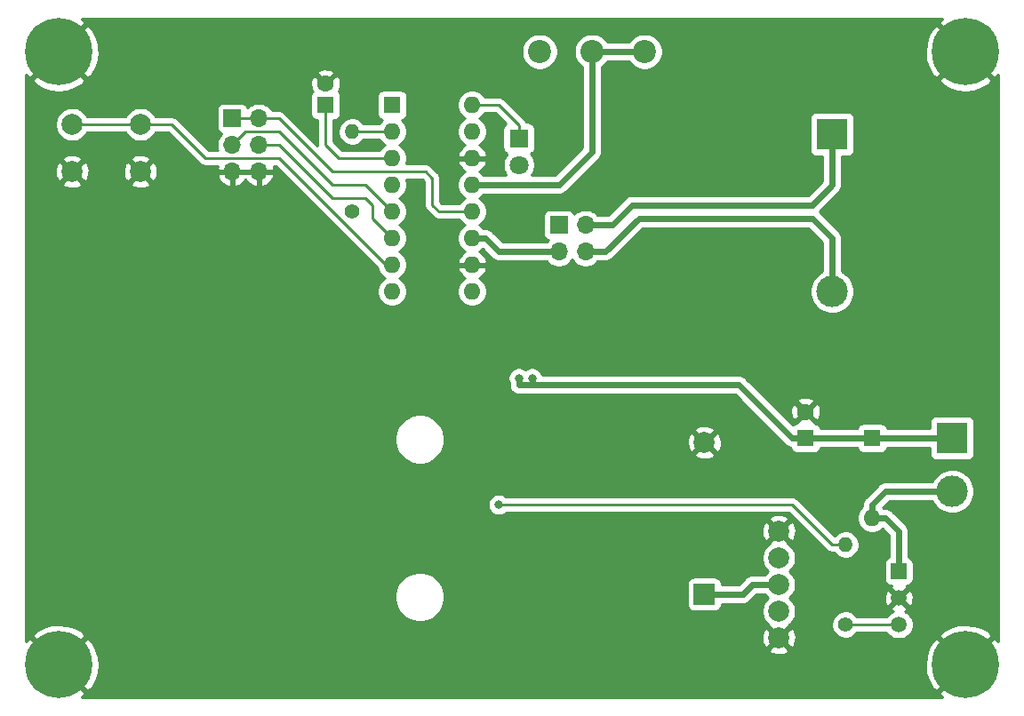
<source format=gbl>
G04 #@! TF.GenerationSoftware,KiCad,Pcbnew,(5.1.9)-1*
G04 #@! TF.CreationDate,2021-01-16T12:12:47+09:00*
G04 #@! TF.ProjectId,bf-026,62662d30-3236-42e6-9b69-6361645f7063,V01L02*
G04 #@! TF.SameCoordinates,Original*
G04 #@! TF.FileFunction,Copper,L2,Bot*
G04 #@! TF.FilePolarity,Positive*
%FSLAX46Y46*%
G04 Gerber Fmt 4.6, Leading zero omitted, Abs format (unit mm)*
G04 Created by KiCad (PCBNEW (5.1.9)-1) date 2021-01-16 12:12:47*
%MOMM*%
%LPD*%
G01*
G04 APERTURE LIST*
G04 #@! TA.AperFunction,ComponentPad*
%ADD10C,1.400000*%
G04 #@! TD*
G04 #@! TA.AperFunction,ComponentPad*
%ADD11O,1.400000X1.400000*%
G04 #@! TD*
G04 #@! TA.AperFunction,ComponentPad*
%ADD12R,1.700000X1.700000*%
G04 #@! TD*
G04 #@! TA.AperFunction,ComponentPad*
%ADD13O,1.700000X1.700000*%
G04 #@! TD*
G04 #@! TA.AperFunction,ComponentPad*
%ADD14C,6.400000*%
G04 #@! TD*
G04 #@! TA.AperFunction,ComponentPad*
%ADD15R,1.600000X1.600000*%
G04 #@! TD*
G04 #@! TA.AperFunction,ComponentPad*
%ADD16C,1.600000*%
G04 #@! TD*
G04 #@! TA.AperFunction,ComponentPad*
%ADD17O,1.600000X1.600000*%
G04 #@! TD*
G04 #@! TA.AperFunction,ComponentPad*
%ADD18R,1.800000X1.800000*%
G04 #@! TD*
G04 #@! TA.AperFunction,ComponentPad*
%ADD19C,1.800000*%
G04 #@! TD*
G04 #@! TA.AperFunction,ComponentPad*
%ADD20R,3.000000X3.000000*%
G04 #@! TD*
G04 #@! TA.AperFunction,ComponentPad*
%ADD21C,3.000000*%
G04 #@! TD*
G04 #@! TA.AperFunction,ComponentPad*
%ADD22C,1.500000*%
G04 #@! TD*
G04 #@! TA.AperFunction,ComponentPad*
%ADD23R,1.500000X1.500000*%
G04 #@! TD*
G04 #@! TA.AperFunction,ComponentPad*
%ADD24C,2.000000*%
G04 #@! TD*
G04 #@! TA.AperFunction,ComponentPad*
%ADD25R,2.000000X2.000000*%
G04 #@! TD*
G04 #@! TA.AperFunction,ComponentPad*
%ADD26C,2.200000*%
G04 #@! TD*
G04 #@! TA.AperFunction,ViaPad*
%ADD27C,0.800000*%
G04 #@! TD*
G04 #@! TA.AperFunction,Conductor*
%ADD28C,0.600000*%
G04 #@! TD*
G04 #@! TA.AperFunction,Conductor*
%ADD29C,0.250000*%
G04 #@! TD*
G04 #@! TA.AperFunction,Conductor*
%ADD30C,0.254000*%
G04 #@! TD*
G04 #@! TA.AperFunction,Conductor*
%ADD31C,0.100000*%
G04 #@! TD*
G04 APERTURE END LIST*
D10*
X158750000Y-80010000D03*
D11*
X158750000Y-72390000D03*
D12*
X147320000Y-71120000D03*
D13*
X149860000Y-71120000D03*
X147320000Y-73660000D03*
X149860000Y-73660000D03*
X147320000Y-76200000D03*
X149860000Y-76200000D03*
D14*
X130810000Y-64770000D03*
X130810000Y-123190000D03*
X217170000Y-123190000D03*
X217170000Y-64770000D03*
D15*
X156210000Y-69850000D03*
D16*
X156210000Y-67850000D03*
D15*
X201930000Y-101600000D03*
D16*
X201930000Y-99100000D03*
D15*
X208280000Y-101600000D03*
D17*
X208280000Y-109220000D03*
D18*
X174625000Y-73025000D03*
D19*
X174625000Y-75565000D03*
D12*
X178435000Y-81280000D03*
D13*
X180975000Y-81280000D03*
X178435000Y-83820000D03*
X180975000Y-83820000D03*
D20*
X215900000Y-101600000D03*
D21*
X215900000Y-106680000D03*
D22*
X210820000Y-116840000D03*
X210820000Y-119380000D03*
D23*
X210820000Y-114300000D03*
D11*
X205740000Y-111760000D03*
D10*
X205740000Y-119380000D03*
D24*
X132080000Y-76200000D03*
X132080000Y-71700000D03*
X138580000Y-76200000D03*
X138580000Y-71700000D03*
D15*
X162560000Y-69850000D03*
D17*
X170180000Y-87630000D03*
X162560000Y-72390000D03*
X170180000Y-85090000D03*
X162560000Y-74930000D03*
X170180000Y-82550000D03*
X162560000Y-77470000D03*
X170180000Y-80010000D03*
X162560000Y-80010000D03*
X170180000Y-77470000D03*
X162560000Y-82550000D03*
X170180000Y-74930000D03*
X162560000Y-85090000D03*
X170180000Y-72390000D03*
X162560000Y-87630000D03*
X170180000Y-69850000D03*
D25*
X192300000Y-116470000D03*
D24*
X192300000Y-102020000D03*
D20*
X204470000Y-72630000D03*
D21*
X204470000Y-87630000D03*
D26*
X176610000Y-64770000D03*
X181610000Y-64770000D03*
X186610000Y-64770000D03*
D24*
X199390000Y-113030000D03*
X199390000Y-115570000D03*
X199390000Y-118110000D03*
X199390000Y-110490000D03*
X199390000Y-120650000D03*
D27*
X139700000Y-63500000D03*
X149860000Y-63500000D03*
X160020000Y-63500000D03*
X170180000Y-63500000D03*
X210820000Y-63500000D03*
X218440000Y-73660000D03*
X218440000Y-114300000D03*
X210820000Y-93980000D03*
X200660000Y-93980000D03*
X190500000Y-93980000D03*
X180340000Y-93980000D03*
X160020000Y-93980000D03*
X149860000Y-93980000D03*
X139700000Y-93980000D03*
X129540000Y-93980000D03*
X200660000Y-63500000D03*
X190500000Y-63500000D03*
X218440000Y-83820000D03*
X210820000Y-83820000D03*
X210820000Y-73660000D03*
X218440000Y-93980000D03*
X200660000Y-73660000D03*
X190500000Y-73660000D03*
X200660000Y-83820000D03*
X129540000Y-73660000D03*
X129540000Y-83820000D03*
X149860000Y-124460000D03*
X160020000Y-124460000D03*
X170180000Y-124460000D03*
X180340000Y-124460000D03*
X190500000Y-124460000D03*
X210820000Y-124460000D03*
X149860000Y-114300000D03*
X149860000Y-104140000D03*
X160020000Y-104140000D03*
X160020000Y-114300000D03*
X170180000Y-114300000D03*
X180340000Y-114300000D03*
X129540000Y-104140000D03*
X129540000Y-114300000D03*
X139700000Y-104140000D03*
X139700000Y-114300000D03*
X139700000Y-124460000D03*
X200660000Y-124460000D03*
X180340000Y-86360000D03*
X190500000Y-83820000D03*
X170180000Y-93980000D03*
X180340000Y-104140000D03*
X190500000Y-104140000D03*
X210820000Y-104140000D03*
X170180000Y-104140000D03*
X139700000Y-80010000D03*
X153670000Y-80010000D03*
X174625000Y-95885000D03*
X175895000Y-95885000D03*
X172720000Y-107950000D03*
D28*
X192300000Y-116470000D02*
X195950000Y-116470000D01*
X196850000Y-115570000D02*
X199390000Y-115570000D01*
X195950000Y-116470000D02*
X196850000Y-115570000D01*
D29*
X156210000Y-69850000D02*
X156210000Y-73660000D01*
X157480000Y-74930000D02*
X162560000Y-74930000D01*
X156210000Y-73660000D02*
X157480000Y-74930000D01*
D28*
X215900000Y-101600000D02*
X208280000Y-101600000D01*
D29*
X149860000Y-71120000D02*
X147320000Y-71120000D01*
D28*
X174625000Y-96520000D02*
X174625000Y-95885000D01*
X175895000Y-96520000D02*
X175895000Y-95885000D01*
X174625000Y-96520000D02*
X175895000Y-96520000D01*
X201930000Y-101600000D02*
X208280000Y-101600000D01*
X201930000Y-101600000D02*
X200660000Y-101600000D01*
X195580000Y-96520000D02*
X175895000Y-96520000D01*
X200660000Y-101600000D02*
X195580000Y-96520000D01*
D29*
X151765000Y-71120000D02*
X149860000Y-71120000D01*
X156845000Y-76200000D02*
X151765000Y-71120000D01*
X166370000Y-76835000D02*
X165735000Y-76200000D01*
X165735000Y-76200000D02*
X156845000Y-76200000D01*
X166370000Y-79375000D02*
X166370000Y-76835000D01*
X167005000Y-80010000D02*
X166370000Y-79375000D01*
X170180000Y-80010000D02*
X167005000Y-80010000D01*
D28*
X208280000Y-109220000D02*
X208280000Y-107950000D01*
X209550000Y-106680000D02*
X215900000Y-106680000D01*
X208280000Y-107950000D02*
X209550000Y-106680000D01*
X208280000Y-109220000D02*
X209550000Y-109220000D01*
X210820000Y-110490000D02*
X210820000Y-114300000D01*
X209550000Y-109220000D02*
X210820000Y-110490000D01*
D29*
X170180000Y-69850000D02*
X172720000Y-69850000D01*
X174625000Y-71755000D02*
X174625000Y-73025000D01*
X172720000Y-69850000D02*
X174625000Y-71755000D01*
X148590000Y-72390000D02*
X147320000Y-73660000D01*
X151765000Y-72390000D02*
X148590000Y-72390000D01*
X156845000Y-77470000D02*
X151765000Y-72390000D01*
X160020000Y-77470000D02*
X156845000Y-77470000D01*
X162560000Y-80010000D02*
X160020000Y-77470000D01*
X151765000Y-73660000D02*
X149860000Y-73660000D01*
X160655000Y-79375000D02*
X160020000Y-78740000D01*
X160655000Y-80645000D02*
X160655000Y-79375000D01*
X156845000Y-78740000D02*
X151765000Y-73660000D01*
X160020000Y-78740000D02*
X156845000Y-78740000D01*
X162560000Y-82550000D02*
X160655000Y-80645000D01*
D28*
X202565000Y-79375000D02*
X204470000Y-77470000D01*
X204470000Y-77470000D02*
X204470000Y-72630000D01*
X183515000Y-81280000D02*
X185420000Y-79375000D01*
X180975000Y-81280000D02*
X183515000Y-81280000D01*
X185420000Y-79375000D02*
X202565000Y-79375000D01*
X172720000Y-83820000D02*
X171450000Y-82550000D01*
X178435000Y-83820000D02*
X172720000Y-83820000D01*
X170180000Y-82550000D02*
X171450000Y-82550000D01*
X204470000Y-82550000D02*
X204470000Y-87630000D01*
X202565000Y-80645000D02*
X204470000Y-82550000D01*
X186055000Y-80645000D02*
X202565000Y-80645000D01*
X182880000Y-83820000D02*
X186055000Y-80645000D01*
X180975000Y-83820000D02*
X182880000Y-83820000D01*
D29*
X205740000Y-119380000D02*
X210820000Y-119380000D01*
X158750000Y-72390000D02*
X162560000Y-72390000D01*
X205740000Y-111760000D02*
X204470000Y-111760000D01*
X204470000Y-111760000D02*
X200660000Y-107950000D01*
X200660000Y-107950000D02*
X172720000Y-107950000D01*
X132080000Y-71700000D02*
X138580000Y-71700000D01*
X161925000Y-85090000D02*
X162560000Y-85090000D01*
X151765000Y-74930000D02*
X161925000Y-85090000D01*
X144780000Y-74930000D02*
X141550000Y-71700000D01*
X151765000Y-74930000D02*
X144780000Y-74930000D01*
X141550000Y-71700000D02*
X138580000Y-71700000D01*
D28*
X181610000Y-64770000D02*
X186610000Y-64770000D01*
X170180000Y-77470000D02*
X178435000Y-77470000D01*
X181610000Y-74295000D02*
X181610000Y-64770000D01*
X178435000Y-77470000D02*
X181610000Y-74295000D01*
D30*
X214648724Y-62069119D02*
X217170000Y-64590395D01*
X217184143Y-64576253D01*
X217363748Y-64755858D01*
X217349605Y-64770000D01*
X219870881Y-67291276D01*
X220320000Y-66960914D01*
X220320001Y-120999087D01*
X219870881Y-120668724D01*
X217349605Y-123190000D01*
X217363748Y-123204143D01*
X217184143Y-123383748D01*
X217170000Y-123369605D01*
X214648724Y-125890881D01*
X214979086Y-126340000D01*
X133000914Y-126340000D01*
X133331276Y-125890881D01*
X130810000Y-123369605D01*
X130795858Y-123383748D01*
X130616253Y-123204143D01*
X130630395Y-123190000D01*
X130989605Y-123190000D01*
X133510881Y-125711276D01*
X134000548Y-125351088D01*
X134360849Y-124687118D01*
X134584694Y-123965615D01*
X134663480Y-123214305D01*
X134659002Y-123165695D01*
X213316520Y-123165695D01*
X213385822Y-123917938D01*
X213600548Y-124642208D01*
X213952445Y-125310670D01*
X213979452Y-125351088D01*
X214469119Y-125711276D01*
X216990395Y-123190000D01*
X214469119Y-120668724D01*
X213979452Y-121028912D01*
X213619151Y-121692882D01*
X213395306Y-122414385D01*
X213316520Y-123165695D01*
X134659002Y-123165695D01*
X134594178Y-122462062D01*
X134393571Y-121785413D01*
X198434192Y-121785413D01*
X198529956Y-122049814D01*
X198819571Y-122190704D01*
X199131108Y-122272384D01*
X199452595Y-122291718D01*
X199771675Y-122247961D01*
X200076088Y-122142795D01*
X200250044Y-122049814D01*
X200345808Y-121785413D01*
X199390000Y-120829605D01*
X198434192Y-121785413D01*
X134393571Y-121785413D01*
X134379452Y-121737792D01*
X134027555Y-121069330D01*
X134000548Y-121028912D01*
X133570523Y-120712595D01*
X197748282Y-120712595D01*
X197792039Y-121031675D01*
X197897205Y-121336088D01*
X197990186Y-121510044D01*
X198254587Y-121605808D01*
X199210395Y-120650000D01*
X199569605Y-120650000D01*
X200525413Y-121605808D01*
X200789814Y-121510044D01*
X200930704Y-121220429D01*
X201012384Y-120908892D01*
X201031718Y-120587405D01*
X200987961Y-120268325D01*
X200882795Y-119963912D01*
X200789814Y-119789956D01*
X200525413Y-119694192D01*
X199569605Y-120650000D01*
X199210395Y-120650000D01*
X198254587Y-119694192D01*
X197990186Y-119789956D01*
X197849296Y-120079571D01*
X197767616Y-120391108D01*
X197748282Y-120712595D01*
X133570523Y-120712595D01*
X133510881Y-120668724D01*
X130989605Y-123190000D01*
X130630395Y-123190000D01*
X128109119Y-120668724D01*
X127660000Y-120999086D01*
X127660000Y-120489119D01*
X128288724Y-120489119D01*
X130810000Y-123010395D01*
X133331276Y-120489119D01*
X132971088Y-119999452D01*
X132307118Y-119639151D01*
X131585615Y-119415306D01*
X130834305Y-119336520D01*
X130082062Y-119405822D01*
X129357792Y-119620548D01*
X128689330Y-119972445D01*
X128648912Y-119999452D01*
X128288724Y-120489119D01*
X127660000Y-120489119D01*
X127660000Y-116485098D01*
X162815000Y-116485098D01*
X162815000Y-116954902D01*
X162906654Y-117415679D01*
X163086440Y-117849721D01*
X163347450Y-118240349D01*
X163679651Y-118572550D01*
X164070279Y-118833560D01*
X164504321Y-119013346D01*
X164965098Y-119105000D01*
X165434902Y-119105000D01*
X165895679Y-119013346D01*
X166329721Y-118833560D01*
X166720349Y-118572550D01*
X167052550Y-118240349D01*
X167313560Y-117849721D01*
X167493346Y-117415679D01*
X167585000Y-116954902D01*
X167585000Y-116485098D01*
X167493346Y-116024321D01*
X167313560Y-115590279D01*
X167233192Y-115470000D01*
X190661928Y-115470000D01*
X190661928Y-117470000D01*
X190674188Y-117594482D01*
X190710498Y-117714180D01*
X190769463Y-117824494D01*
X190848815Y-117921185D01*
X190945506Y-118000537D01*
X191055820Y-118059502D01*
X191175518Y-118095812D01*
X191300000Y-118108072D01*
X193300000Y-118108072D01*
X193424482Y-118095812D01*
X193544180Y-118059502D01*
X193654494Y-118000537D01*
X193751185Y-117921185D01*
X193830537Y-117824494D01*
X193889502Y-117714180D01*
X193925812Y-117594482D01*
X193938072Y-117470000D01*
X193938072Y-117405000D01*
X195904068Y-117405000D01*
X195950000Y-117409524D01*
X195995932Y-117405000D01*
X196133292Y-117391471D01*
X196309540Y-117338007D01*
X196471972Y-117251186D01*
X196614344Y-117134344D01*
X196643630Y-117098659D01*
X197237290Y-116505000D01*
X198048349Y-116505000D01*
X198120013Y-116612252D01*
X198347748Y-116839987D01*
X198347767Y-116840000D01*
X198347748Y-116840013D01*
X198120013Y-117067748D01*
X197941082Y-117335537D01*
X197817832Y-117633088D01*
X197755000Y-117948967D01*
X197755000Y-118271033D01*
X197817832Y-118586912D01*
X197941082Y-118884463D01*
X198120013Y-119152252D01*
X198347748Y-119379987D01*
X198456600Y-119452720D01*
X198434192Y-119514587D01*
X199390000Y-120470395D01*
X200345808Y-119514587D01*
X200323400Y-119452720D01*
X200432252Y-119379987D01*
X200563725Y-119248514D01*
X204405000Y-119248514D01*
X204405000Y-119511486D01*
X204456304Y-119769405D01*
X204556939Y-120012359D01*
X204703038Y-120231013D01*
X204888987Y-120416962D01*
X205107641Y-120563061D01*
X205350595Y-120663696D01*
X205608514Y-120715000D01*
X205871486Y-120715000D01*
X206129405Y-120663696D01*
X206372359Y-120563061D01*
X206591013Y-120416962D01*
X206776962Y-120231013D01*
X206837775Y-120140000D01*
X209662091Y-120140000D01*
X209744201Y-120262886D01*
X209937114Y-120455799D01*
X210163957Y-120607371D01*
X210416011Y-120711775D01*
X210683589Y-120765000D01*
X210956411Y-120765000D01*
X211223989Y-120711775D01*
X211476043Y-120607371D01*
X211653019Y-120489119D01*
X214648724Y-120489119D01*
X217170000Y-123010395D01*
X219691276Y-120489119D01*
X219331088Y-119999452D01*
X218667118Y-119639151D01*
X217945615Y-119415306D01*
X217194305Y-119336520D01*
X216442062Y-119405822D01*
X215717792Y-119620548D01*
X215049330Y-119972445D01*
X215008912Y-119999452D01*
X214648724Y-120489119D01*
X211653019Y-120489119D01*
X211702886Y-120455799D01*
X211895799Y-120262886D01*
X212047371Y-120036043D01*
X212151775Y-119783989D01*
X212205000Y-119516411D01*
X212205000Y-119243589D01*
X212151775Y-118976011D01*
X212047371Y-118723957D01*
X211895799Y-118497114D01*
X211702886Y-118304201D01*
X211476043Y-118152629D01*
X211376721Y-118111489D01*
X211418832Y-118096277D01*
X211531863Y-118035860D01*
X211597388Y-117796993D01*
X210820000Y-117019605D01*
X210042612Y-117796993D01*
X210108137Y-118035860D01*
X210266477Y-118110164D01*
X210163957Y-118152629D01*
X209937114Y-118304201D01*
X209744201Y-118497114D01*
X209662091Y-118620000D01*
X206837775Y-118620000D01*
X206776962Y-118528987D01*
X206591013Y-118343038D01*
X206372359Y-118196939D01*
X206129405Y-118096304D01*
X205871486Y-118045000D01*
X205608514Y-118045000D01*
X205350595Y-118096304D01*
X205107641Y-118196939D01*
X204888987Y-118343038D01*
X204703038Y-118528987D01*
X204556939Y-118747641D01*
X204456304Y-118990595D01*
X204405000Y-119248514D01*
X200563725Y-119248514D01*
X200659987Y-119152252D01*
X200838918Y-118884463D01*
X200962168Y-118586912D01*
X201025000Y-118271033D01*
X201025000Y-117948967D01*
X200962168Y-117633088D01*
X200838918Y-117335537D01*
X200659987Y-117067748D01*
X200504731Y-116912492D01*
X209430188Y-116912492D01*
X209471035Y-117182238D01*
X209563723Y-117438832D01*
X209624140Y-117551863D01*
X209863007Y-117617388D01*
X210640395Y-116840000D01*
X210999605Y-116840000D01*
X211776993Y-117617388D01*
X212015860Y-117551863D01*
X212131760Y-117304884D01*
X212197250Y-117040040D01*
X212209812Y-116767508D01*
X212168965Y-116497762D01*
X212076277Y-116241168D01*
X212015860Y-116128137D01*
X211776993Y-116062612D01*
X210999605Y-116840000D01*
X210640395Y-116840000D01*
X209863007Y-116062612D01*
X209624140Y-116128137D01*
X209508240Y-116375116D01*
X209442750Y-116639960D01*
X209430188Y-116912492D01*
X200504731Y-116912492D01*
X200432252Y-116840013D01*
X200432233Y-116840000D01*
X200432252Y-116839987D01*
X200659987Y-116612252D01*
X200838918Y-116344463D01*
X200962168Y-116046912D01*
X201025000Y-115731033D01*
X201025000Y-115408967D01*
X200962168Y-115093088D01*
X200838918Y-114795537D01*
X200659987Y-114527748D01*
X200432252Y-114300013D01*
X200432233Y-114300000D01*
X200432252Y-114299987D01*
X200659987Y-114072252D01*
X200838918Y-113804463D01*
X200962168Y-113506912D01*
X201025000Y-113191033D01*
X201025000Y-112868967D01*
X200962168Y-112553088D01*
X200838918Y-112255537D01*
X200659987Y-111987748D01*
X200432252Y-111760013D01*
X200323400Y-111687280D01*
X200345808Y-111625413D01*
X199390000Y-110669605D01*
X198434192Y-111625413D01*
X198456600Y-111687280D01*
X198347748Y-111760013D01*
X198120013Y-111987748D01*
X197941082Y-112255537D01*
X197817832Y-112553088D01*
X197755000Y-112868967D01*
X197755000Y-113191033D01*
X197817832Y-113506912D01*
X197941082Y-113804463D01*
X198120013Y-114072252D01*
X198347748Y-114299987D01*
X198347767Y-114300000D01*
X198347748Y-114300013D01*
X198120013Y-114527748D01*
X198048349Y-114635000D01*
X196895931Y-114635000D01*
X196849999Y-114630476D01*
X196666707Y-114648529D01*
X196630409Y-114659540D01*
X196490460Y-114701993D01*
X196328028Y-114788814D01*
X196185656Y-114905656D01*
X196156374Y-114941336D01*
X195562711Y-115535000D01*
X193938072Y-115535000D01*
X193938072Y-115470000D01*
X193925812Y-115345518D01*
X193889502Y-115225820D01*
X193830537Y-115115506D01*
X193751185Y-115018815D01*
X193654494Y-114939463D01*
X193544180Y-114880498D01*
X193424482Y-114844188D01*
X193300000Y-114831928D01*
X191300000Y-114831928D01*
X191175518Y-114844188D01*
X191055820Y-114880498D01*
X190945506Y-114939463D01*
X190848815Y-115018815D01*
X190769463Y-115115506D01*
X190710498Y-115225820D01*
X190674188Y-115345518D01*
X190661928Y-115470000D01*
X167233192Y-115470000D01*
X167052550Y-115199651D01*
X166720349Y-114867450D01*
X166329721Y-114606440D01*
X165895679Y-114426654D01*
X165434902Y-114335000D01*
X164965098Y-114335000D01*
X164504321Y-114426654D01*
X164070279Y-114606440D01*
X163679651Y-114867450D01*
X163347450Y-115199651D01*
X163086440Y-115590279D01*
X162906654Y-116024321D01*
X162815000Y-116485098D01*
X127660000Y-116485098D01*
X127660000Y-110552595D01*
X197748282Y-110552595D01*
X197792039Y-110871675D01*
X197897205Y-111176088D01*
X197990186Y-111350044D01*
X198254587Y-111445808D01*
X199210395Y-110490000D01*
X199569605Y-110490000D01*
X200525413Y-111445808D01*
X200789814Y-111350044D01*
X200930704Y-111060429D01*
X201012384Y-110748892D01*
X201031718Y-110427405D01*
X200987961Y-110108325D01*
X200882795Y-109803912D01*
X200789814Y-109629956D01*
X200525413Y-109534192D01*
X199569605Y-110490000D01*
X199210395Y-110490000D01*
X198254587Y-109534192D01*
X197990186Y-109629956D01*
X197849296Y-109919571D01*
X197767616Y-110231108D01*
X197748282Y-110552595D01*
X127660000Y-110552595D01*
X127660000Y-109354587D01*
X198434192Y-109354587D01*
X199390000Y-110310395D01*
X200345808Y-109354587D01*
X200250044Y-109090186D01*
X199960429Y-108949296D01*
X199648892Y-108867616D01*
X199327405Y-108848282D01*
X199008325Y-108892039D01*
X198703912Y-108997205D01*
X198529956Y-109090186D01*
X198434192Y-109354587D01*
X127660000Y-109354587D01*
X127660000Y-107848061D01*
X171685000Y-107848061D01*
X171685000Y-108051939D01*
X171724774Y-108251898D01*
X171802795Y-108440256D01*
X171916063Y-108609774D01*
X172060226Y-108753937D01*
X172229744Y-108867205D01*
X172418102Y-108945226D01*
X172618061Y-108985000D01*
X172821939Y-108985000D01*
X173021898Y-108945226D01*
X173210256Y-108867205D01*
X173379774Y-108753937D01*
X173423711Y-108710000D01*
X200345199Y-108710000D01*
X203906201Y-112271003D01*
X203929999Y-112300001D01*
X204045724Y-112394974D01*
X204177753Y-112465546D01*
X204321014Y-112509003D01*
X204432667Y-112520000D01*
X204432675Y-112520000D01*
X204470000Y-112523676D01*
X204507325Y-112520000D01*
X204642225Y-112520000D01*
X204703038Y-112611013D01*
X204888987Y-112796962D01*
X205107641Y-112943061D01*
X205350595Y-113043696D01*
X205608514Y-113095000D01*
X205871486Y-113095000D01*
X206129405Y-113043696D01*
X206372359Y-112943061D01*
X206591013Y-112796962D01*
X206776962Y-112611013D01*
X206923061Y-112392359D01*
X207023696Y-112149405D01*
X207075000Y-111891486D01*
X207075000Y-111628514D01*
X207023696Y-111370595D01*
X206923061Y-111127641D01*
X206776962Y-110908987D01*
X206591013Y-110723038D01*
X206372359Y-110576939D01*
X206129405Y-110476304D01*
X205871486Y-110425000D01*
X205608514Y-110425000D01*
X205350595Y-110476304D01*
X205107641Y-110576939D01*
X204888987Y-110723038D01*
X204703038Y-110908987D01*
X204699333Y-110914531D01*
X202863467Y-109078665D01*
X206845000Y-109078665D01*
X206845000Y-109361335D01*
X206900147Y-109638574D01*
X207008320Y-109899727D01*
X207165363Y-110134759D01*
X207365241Y-110334637D01*
X207600273Y-110491680D01*
X207861426Y-110599853D01*
X208138665Y-110655000D01*
X208421335Y-110655000D01*
X208698574Y-110599853D01*
X208959727Y-110491680D01*
X209194759Y-110334637D01*
X209268553Y-110260843D01*
X209885000Y-110877290D01*
X209885001Y-112942546D01*
X209825820Y-112960498D01*
X209715506Y-113019463D01*
X209618815Y-113098815D01*
X209539463Y-113195506D01*
X209480498Y-113305820D01*
X209444188Y-113425518D01*
X209431928Y-113550000D01*
X209431928Y-115050000D01*
X209444188Y-115174482D01*
X209480498Y-115294180D01*
X209539463Y-115404494D01*
X209618815Y-115501185D01*
X209715506Y-115580537D01*
X209825820Y-115639502D01*
X209945518Y-115675812D01*
X210070000Y-115688072D01*
X210096086Y-115688072D01*
X210042612Y-115883007D01*
X210820000Y-116660395D01*
X211597388Y-115883007D01*
X211543914Y-115688072D01*
X211570000Y-115688072D01*
X211694482Y-115675812D01*
X211814180Y-115639502D01*
X211924494Y-115580537D01*
X212021185Y-115501185D01*
X212100537Y-115404494D01*
X212159502Y-115294180D01*
X212195812Y-115174482D01*
X212208072Y-115050000D01*
X212208072Y-113550000D01*
X212195812Y-113425518D01*
X212159502Y-113305820D01*
X212100537Y-113195506D01*
X212021185Y-113098815D01*
X211924494Y-113019463D01*
X211814180Y-112960498D01*
X211755000Y-112942546D01*
X211755000Y-110535931D01*
X211759524Y-110489999D01*
X211741471Y-110306707D01*
X211691347Y-110141471D01*
X211688007Y-110130460D01*
X211601186Y-109968028D01*
X211484344Y-109825656D01*
X211448665Y-109796375D01*
X210243630Y-108591341D01*
X210214344Y-108555656D01*
X210071972Y-108438814D01*
X209909540Y-108351993D01*
X209733292Y-108298529D01*
X209595932Y-108285000D01*
X209550000Y-108280476D01*
X209504068Y-108285000D01*
X209374396Y-108285000D01*
X209320843Y-108231447D01*
X209937290Y-107615000D01*
X213976383Y-107615000D01*
X214007988Y-107691302D01*
X214241637Y-108040983D01*
X214539017Y-108338363D01*
X214888698Y-108572012D01*
X215277244Y-108732953D01*
X215689721Y-108815000D01*
X216110279Y-108815000D01*
X216522756Y-108732953D01*
X216911302Y-108572012D01*
X217260983Y-108338363D01*
X217558363Y-108040983D01*
X217792012Y-107691302D01*
X217952953Y-107302756D01*
X218035000Y-106890279D01*
X218035000Y-106469721D01*
X217952953Y-106057244D01*
X217792012Y-105668698D01*
X217558363Y-105319017D01*
X217260983Y-105021637D01*
X216911302Y-104787988D01*
X216522756Y-104627047D01*
X216110279Y-104545000D01*
X215689721Y-104545000D01*
X215277244Y-104627047D01*
X214888698Y-104787988D01*
X214539017Y-105021637D01*
X214241637Y-105319017D01*
X214007988Y-105668698D01*
X213976383Y-105745000D01*
X209595931Y-105745000D01*
X209549999Y-105740476D01*
X209366707Y-105758529D01*
X209313243Y-105774747D01*
X209190460Y-105811993D01*
X209028028Y-105898814D01*
X208885656Y-106015656D01*
X208856374Y-106051336D01*
X207651336Y-107256375D01*
X207615657Y-107285656D01*
X207498815Y-107428028D01*
X207411994Y-107590460D01*
X207358529Y-107766709D01*
X207340476Y-107950000D01*
X207345001Y-107995941D01*
X207345001Y-108125603D01*
X207165363Y-108305241D01*
X207008320Y-108540273D01*
X206900147Y-108801426D01*
X206845000Y-109078665D01*
X202863467Y-109078665D01*
X201223804Y-107439003D01*
X201200001Y-107409999D01*
X201084276Y-107315026D01*
X200952247Y-107244454D01*
X200808986Y-107200997D01*
X200697333Y-107190000D01*
X200697322Y-107190000D01*
X200660000Y-107186324D01*
X200622678Y-107190000D01*
X173423711Y-107190000D01*
X173379774Y-107146063D01*
X173210256Y-107032795D01*
X173021898Y-106954774D01*
X172821939Y-106915000D01*
X172618061Y-106915000D01*
X172418102Y-106954774D01*
X172229744Y-107032795D01*
X172060226Y-107146063D01*
X171916063Y-107290226D01*
X171802795Y-107459744D01*
X171724774Y-107648102D01*
X171685000Y-107848061D01*
X127660000Y-107848061D01*
X127660000Y-101485098D01*
X162815000Y-101485098D01*
X162815000Y-101954902D01*
X162906654Y-102415679D01*
X163086440Y-102849721D01*
X163347450Y-103240349D01*
X163679651Y-103572550D01*
X164070279Y-103833560D01*
X164504321Y-104013346D01*
X164965098Y-104105000D01*
X165434902Y-104105000D01*
X165895679Y-104013346D01*
X166329721Y-103833560D01*
X166720349Y-103572550D01*
X167052550Y-103240349D01*
X167109302Y-103155413D01*
X191344192Y-103155413D01*
X191439956Y-103419814D01*
X191729571Y-103560704D01*
X192041108Y-103642384D01*
X192362595Y-103661718D01*
X192681675Y-103617961D01*
X192986088Y-103512795D01*
X193160044Y-103419814D01*
X193255808Y-103155413D01*
X192300000Y-102199605D01*
X191344192Y-103155413D01*
X167109302Y-103155413D01*
X167313560Y-102849721D01*
X167493346Y-102415679D01*
X167559600Y-102082595D01*
X190658282Y-102082595D01*
X190702039Y-102401675D01*
X190807205Y-102706088D01*
X190900186Y-102880044D01*
X191164587Y-102975808D01*
X192120395Y-102020000D01*
X192479605Y-102020000D01*
X193435413Y-102975808D01*
X193699814Y-102880044D01*
X193840704Y-102590429D01*
X193922384Y-102278892D01*
X193941718Y-101957405D01*
X193897961Y-101638325D01*
X193792795Y-101333912D01*
X193699814Y-101159956D01*
X193435413Y-101064192D01*
X192479605Y-102020000D01*
X192120395Y-102020000D01*
X191164587Y-101064192D01*
X190900186Y-101159956D01*
X190759296Y-101449571D01*
X190677616Y-101761108D01*
X190658282Y-102082595D01*
X167559600Y-102082595D01*
X167585000Y-101954902D01*
X167585000Y-101485098D01*
X167493346Y-101024321D01*
X167435467Y-100884587D01*
X191344192Y-100884587D01*
X192300000Y-101840395D01*
X193255808Y-100884587D01*
X193160044Y-100620186D01*
X192870429Y-100479296D01*
X192558892Y-100397616D01*
X192237405Y-100378282D01*
X191918325Y-100422039D01*
X191613912Y-100527205D01*
X191439956Y-100620186D01*
X191344192Y-100884587D01*
X167435467Y-100884587D01*
X167313560Y-100590279D01*
X167052550Y-100199651D01*
X166720349Y-99867450D01*
X166329721Y-99606440D01*
X165895679Y-99426654D01*
X165434902Y-99335000D01*
X164965098Y-99335000D01*
X164504321Y-99426654D01*
X164070279Y-99606440D01*
X163679651Y-99867450D01*
X163347450Y-100199651D01*
X163086440Y-100590279D01*
X162906654Y-101024321D01*
X162815000Y-101485098D01*
X127660000Y-101485098D01*
X127660000Y-95783061D01*
X173590000Y-95783061D01*
X173590000Y-95986939D01*
X173629774Y-96186898D01*
X173690000Y-96332295D01*
X173690000Y-96474068D01*
X173685476Y-96520000D01*
X173703529Y-96703292D01*
X173756993Y-96879540D01*
X173843814Y-97041972D01*
X173931376Y-97148666D01*
X173960656Y-97184344D01*
X174103028Y-97301186D01*
X174265460Y-97388007D01*
X174441708Y-97441471D01*
X174625000Y-97459524D01*
X174670932Y-97455000D01*
X175849068Y-97455000D01*
X175895000Y-97459524D01*
X175940932Y-97455000D01*
X195192711Y-97455000D01*
X199966370Y-102228659D01*
X199995656Y-102264344D01*
X200138028Y-102381186D01*
X200300460Y-102468007D01*
X200476708Y-102521471D01*
X200504158Y-102524175D01*
X200504188Y-102524482D01*
X200540498Y-102644180D01*
X200599463Y-102754494D01*
X200678815Y-102851185D01*
X200775506Y-102930537D01*
X200885820Y-102989502D01*
X201005518Y-103025812D01*
X201130000Y-103038072D01*
X202730000Y-103038072D01*
X202854482Y-103025812D01*
X202974180Y-102989502D01*
X203084494Y-102930537D01*
X203181185Y-102851185D01*
X203260537Y-102754494D01*
X203319502Y-102644180D01*
X203352621Y-102535000D01*
X206857379Y-102535000D01*
X206890498Y-102644180D01*
X206949463Y-102754494D01*
X207028815Y-102851185D01*
X207125506Y-102930537D01*
X207235820Y-102989502D01*
X207355518Y-103025812D01*
X207480000Y-103038072D01*
X209080000Y-103038072D01*
X209204482Y-103025812D01*
X209324180Y-102989502D01*
X209434494Y-102930537D01*
X209531185Y-102851185D01*
X209610537Y-102754494D01*
X209669502Y-102644180D01*
X209702621Y-102535000D01*
X213761928Y-102535000D01*
X213761928Y-103100000D01*
X213774188Y-103224482D01*
X213810498Y-103344180D01*
X213869463Y-103454494D01*
X213948815Y-103551185D01*
X214045506Y-103630537D01*
X214155820Y-103689502D01*
X214275518Y-103725812D01*
X214400000Y-103738072D01*
X217400000Y-103738072D01*
X217524482Y-103725812D01*
X217644180Y-103689502D01*
X217754494Y-103630537D01*
X217851185Y-103551185D01*
X217930537Y-103454494D01*
X217989502Y-103344180D01*
X218025812Y-103224482D01*
X218038072Y-103100000D01*
X218038072Y-100100000D01*
X218025812Y-99975518D01*
X217989502Y-99855820D01*
X217930537Y-99745506D01*
X217851185Y-99648815D01*
X217754494Y-99569463D01*
X217644180Y-99510498D01*
X217524482Y-99474188D01*
X217400000Y-99461928D01*
X214400000Y-99461928D01*
X214275518Y-99474188D01*
X214155820Y-99510498D01*
X214045506Y-99569463D01*
X213948815Y-99648815D01*
X213869463Y-99745506D01*
X213810498Y-99855820D01*
X213774188Y-99975518D01*
X213761928Y-100100000D01*
X213761928Y-100665000D01*
X209702621Y-100665000D01*
X209669502Y-100555820D01*
X209610537Y-100445506D01*
X209531185Y-100348815D01*
X209434494Y-100269463D01*
X209324180Y-100210498D01*
X209204482Y-100174188D01*
X209080000Y-100161928D01*
X207480000Y-100161928D01*
X207355518Y-100174188D01*
X207235820Y-100210498D01*
X207125506Y-100269463D01*
X207028815Y-100348815D01*
X206949463Y-100445506D01*
X206890498Y-100555820D01*
X206857379Y-100665000D01*
X203352621Y-100665000D01*
X203319502Y-100555820D01*
X203260537Y-100445506D01*
X203181185Y-100348815D01*
X203084494Y-100269463D01*
X202974180Y-100210498D01*
X202854482Y-100174188D01*
X202730000Y-100161928D01*
X202722785Y-100161928D01*
X202743097Y-100092702D01*
X201930000Y-99279605D01*
X201116903Y-100092702D01*
X201137215Y-100161928D01*
X201130000Y-100161928D01*
X201005518Y-100174188D01*
X200885820Y-100210498D01*
X200775506Y-100269463D01*
X200707535Y-100325246D01*
X199552801Y-99170512D01*
X200489783Y-99170512D01*
X200531213Y-99450130D01*
X200626397Y-99716292D01*
X200693329Y-99841514D01*
X200937298Y-99913097D01*
X201750395Y-99100000D01*
X202109605Y-99100000D01*
X202922702Y-99913097D01*
X203166671Y-99841514D01*
X203287571Y-99586004D01*
X203356300Y-99311816D01*
X203370217Y-99029488D01*
X203328787Y-98749870D01*
X203233603Y-98483708D01*
X203166671Y-98358486D01*
X202922702Y-98286903D01*
X202109605Y-99100000D01*
X201750395Y-99100000D01*
X200937298Y-98286903D01*
X200693329Y-98358486D01*
X200572429Y-98613996D01*
X200503700Y-98888184D01*
X200489783Y-99170512D01*
X199552801Y-99170512D01*
X198489587Y-98107298D01*
X201116903Y-98107298D01*
X201930000Y-98920395D01*
X202743097Y-98107298D01*
X202671514Y-97863329D01*
X202416004Y-97742429D01*
X202141816Y-97673700D01*
X201859488Y-97659783D01*
X201579870Y-97701213D01*
X201313708Y-97796397D01*
X201188486Y-97863329D01*
X201116903Y-98107298D01*
X198489587Y-98107298D01*
X196273630Y-95891341D01*
X196244344Y-95855656D01*
X196101972Y-95738814D01*
X195939540Y-95651993D01*
X195763292Y-95598529D01*
X195625932Y-95585000D01*
X195580000Y-95580476D01*
X195534068Y-95585000D01*
X176890604Y-95585000D01*
X176890226Y-95583102D01*
X176812205Y-95394744D01*
X176698937Y-95225226D01*
X176554774Y-95081063D01*
X176385256Y-94967795D01*
X176196898Y-94889774D01*
X175996939Y-94850000D01*
X175793061Y-94850000D01*
X175593102Y-94889774D01*
X175404744Y-94967795D01*
X175260000Y-95064510D01*
X175115256Y-94967795D01*
X174926898Y-94889774D01*
X174726939Y-94850000D01*
X174523061Y-94850000D01*
X174323102Y-94889774D01*
X174134744Y-94967795D01*
X173965226Y-95081063D01*
X173821063Y-95225226D01*
X173707795Y-95394744D01*
X173629774Y-95583102D01*
X173590000Y-95783061D01*
X127660000Y-95783061D01*
X127660000Y-77335413D01*
X131124192Y-77335413D01*
X131219956Y-77599814D01*
X131509571Y-77740704D01*
X131821108Y-77822384D01*
X132142595Y-77841718D01*
X132461675Y-77797961D01*
X132766088Y-77692795D01*
X132940044Y-77599814D01*
X133035808Y-77335413D01*
X137624192Y-77335413D01*
X137719956Y-77599814D01*
X138009571Y-77740704D01*
X138321108Y-77822384D01*
X138642595Y-77841718D01*
X138961675Y-77797961D01*
X139266088Y-77692795D01*
X139440044Y-77599814D01*
X139535808Y-77335413D01*
X138580000Y-76379605D01*
X137624192Y-77335413D01*
X133035808Y-77335413D01*
X132080000Y-76379605D01*
X131124192Y-77335413D01*
X127660000Y-77335413D01*
X127660000Y-76262595D01*
X130438282Y-76262595D01*
X130482039Y-76581675D01*
X130587205Y-76886088D01*
X130680186Y-77060044D01*
X130944587Y-77155808D01*
X131900395Y-76200000D01*
X132259605Y-76200000D01*
X133215413Y-77155808D01*
X133479814Y-77060044D01*
X133620704Y-76770429D01*
X133702384Y-76458892D01*
X133714189Y-76262595D01*
X136938282Y-76262595D01*
X136982039Y-76581675D01*
X137087205Y-76886088D01*
X137180186Y-77060044D01*
X137444587Y-77155808D01*
X138400395Y-76200000D01*
X138759605Y-76200000D01*
X139715413Y-77155808D01*
X139979814Y-77060044D01*
X140120704Y-76770429D01*
X140176690Y-76556890D01*
X145878524Y-76556890D01*
X145923175Y-76704099D01*
X146048359Y-76966920D01*
X146222412Y-77200269D01*
X146438645Y-77395178D01*
X146688748Y-77544157D01*
X146963109Y-77641481D01*
X147193000Y-77520814D01*
X147193000Y-76327000D01*
X147447000Y-76327000D01*
X147447000Y-77520814D01*
X147676891Y-77641481D01*
X147951252Y-77544157D01*
X148201355Y-77395178D01*
X148417588Y-77200269D01*
X148590000Y-76969120D01*
X148762412Y-77200269D01*
X148978645Y-77395178D01*
X149228748Y-77544157D01*
X149503109Y-77641481D01*
X149733000Y-77520814D01*
X149733000Y-76327000D01*
X149987000Y-76327000D01*
X149987000Y-77520814D01*
X150216891Y-77641481D01*
X150491252Y-77544157D01*
X150741355Y-77395178D01*
X150957588Y-77200269D01*
X151131641Y-76966920D01*
X151256825Y-76704099D01*
X151301476Y-76556890D01*
X151180155Y-76327000D01*
X149987000Y-76327000D01*
X149733000Y-76327000D01*
X147447000Y-76327000D01*
X147193000Y-76327000D01*
X145999845Y-76327000D01*
X145878524Y-76556890D01*
X140176690Y-76556890D01*
X140202384Y-76458892D01*
X140221718Y-76137405D01*
X140177961Y-75818325D01*
X140072795Y-75513912D01*
X139979814Y-75339956D01*
X139715413Y-75244192D01*
X138759605Y-76200000D01*
X138400395Y-76200000D01*
X137444587Y-75244192D01*
X137180186Y-75339956D01*
X137039296Y-75629571D01*
X136957616Y-75941108D01*
X136938282Y-76262595D01*
X133714189Y-76262595D01*
X133721718Y-76137405D01*
X133677961Y-75818325D01*
X133572795Y-75513912D01*
X133479814Y-75339956D01*
X133215413Y-75244192D01*
X132259605Y-76200000D01*
X131900395Y-76200000D01*
X130944587Y-75244192D01*
X130680186Y-75339956D01*
X130539296Y-75629571D01*
X130457616Y-75941108D01*
X130438282Y-76262595D01*
X127660000Y-76262595D01*
X127660000Y-75064587D01*
X131124192Y-75064587D01*
X132080000Y-76020395D01*
X133035808Y-75064587D01*
X137624192Y-75064587D01*
X138580000Y-76020395D01*
X139535808Y-75064587D01*
X139440044Y-74800186D01*
X139150429Y-74659296D01*
X138838892Y-74577616D01*
X138517405Y-74558282D01*
X138198325Y-74602039D01*
X137893912Y-74707205D01*
X137719956Y-74800186D01*
X137624192Y-75064587D01*
X133035808Y-75064587D01*
X132940044Y-74800186D01*
X132650429Y-74659296D01*
X132338892Y-74577616D01*
X132017405Y-74558282D01*
X131698325Y-74602039D01*
X131393912Y-74707205D01*
X131219956Y-74800186D01*
X131124192Y-75064587D01*
X127660000Y-75064587D01*
X127660000Y-71538967D01*
X130445000Y-71538967D01*
X130445000Y-71861033D01*
X130507832Y-72176912D01*
X130631082Y-72474463D01*
X130810013Y-72742252D01*
X131037748Y-72969987D01*
X131305537Y-73148918D01*
X131603088Y-73272168D01*
X131918967Y-73335000D01*
X132241033Y-73335000D01*
X132556912Y-73272168D01*
X132854463Y-73148918D01*
X133122252Y-72969987D01*
X133349987Y-72742252D01*
X133528918Y-72474463D01*
X133534909Y-72460000D01*
X137125091Y-72460000D01*
X137131082Y-72474463D01*
X137310013Y-72742252D01*
X137537748Y-72969987D01*
X137805537Y-73148918D01*
X138103088Y-73272168D01*
X138418967Y-73335000D01*
X138741033Y-73335000D01*
X139056912Y-73272168D01*
X139354463Y-73148918D01*
X139622252Y-72969987D01*
X139849987Y-72742252D01*
X140028918Y-72474463D01*
X140034909Y-72460000D01*
X141235199Y-72460000D01*
X144216200Y-75441002D01*
X144239999Y-75470001D01*
X144355724Y-75564974D01*
X144487753Y-75635546D01*
X144631014Y-75679003D01*
X144742667Y-75690000D01*
X144742677Y-75690000D01*
X144780000Y-75693676D01*
X144817323Y-75690000D01*
X145925986Y-75690000D01*
X145923175Y-75695901D01*
X145878524Y-75843110D01*
X145999845Y-76073000D01*
X147193000Y-76073000D01*
X147193000Y-76053000D01*
X147447000Y-76053000D01*
X147447000Y-76073000D01*
X149733000Y-76073000D01*
X149733000Y-76053000D01*
X149987000Y-76053000D01*
X149987000Y-76073000D01*
X151180155Y-76073000D01*
X151301476Y-75843110D01*
X151256825Y-75695901D01*
X151254014Y-75690000D01*
X151450199Y-75690000D01*
X161158141Y-85397943D01*
X161180147Y-85508574D01*
X161288320Y-85769727D01*
X161445363Y-86004759D01*
X161645241Y-86204637D01*
X161877759Y-86360000D01*
X161645241Y-86515363D01*
X161445363Y-86715241D01*
X161288320Y-86950273D01*
X161180147Y-87211426D01*
X161125000Y-87488665D01*
X161125000Y-87771335D01*
X161180147Y-88048574D01*
X161288320Y-88309727D01*
X161445363Y-88544759D01*
X161645241Y-88744637D01*
X161880273Y-88901680D01*
X162141426Y-89009853D01*
X162418665Y-89065000D01*
X162701335Y-89065000D01*
X162978574Y-89009853D01*
X163239727Y-88901680D01*
X163474759Y-88744637D01*
X163674637Y-88544759D01*
X163831680Y-88309727D01*
X163939853Y-88048574D01*
X163995000Y-87771335D01*
X163995000Y-87488665D01*
X168745000Y-87488665D01*
X168745000Y-87771335D01*
X168800147Y-88048574D01*
X168908320Y-88309727D01*
X169065363Y-88544759D01*
X169265241Y-88744637D01*
X169500273Y-88901680D01*
X169761426Y-89009853D01*
X170038665Y-89065000D01*
X170321335Y-89065000D01*
X170598574Y-89009853D01*
X170859727Y-88901680D01*
X171094759Y-88744637D01*
X171294637Y-88544759D01*
X171451680Y-88309727D01*
X171559853Y-88048574D01*
X171615000Y-87771335D01*
X171615000Y-87488665D01*
X171559853Y-87211426D01*
X171451680Y-86950273D01*
X171294637Y-86715241D01*
X171094759Y-86515363D01*
X170859727Y-86358320D01*
X170849135Y-86353933D01*
X171035131Y-86242385D01*
X171243519Y-86053414D01*
X171411037Y-85827420D01*
X171531246Y-85573087D01*
X171571904Y-85439039D01*
X171449915Y-85217000D01*
X170307000Y-85217000D01*
X170307000Y-85237000D01*
X170053000Y-85237000D01*
X170053000Y-85217000D01*
X168910085Y-85217000D01*
X168788096Y-85439039D01*
X168828754Y-85573087D01*
X168948963Y-85827420D01*
X169116481Y-86053414D01*
X169324869Y-86242385D01*
X169510865Y-86353933D01*
X169500273Y-86358320D01*
X169265241Y-86515363D01*
X169065363Y-86715241D01*
X168908320Y-86950273D01*
X168800147Y-87211426D01*
X168745000Y-87488665D01*
X163995000Y-87488665D01*
X163939853Y-87211426D01*
X163831680Y-86950273D01*
X163674637Y-86715241D01*
X163474759Y-86515363D01*
X163242241Y-86360000D01*
X163474759Y-86204637D01*
X163674637Y-86004759D01*
X163831680Y-85769727D01*
X163939853Y-85508574D01*
X163995000Y-85231335D01*
X163995000Y-84948665D01*
X163939853Y-84671426D01*
X163831680Y-84410273D01*
X163674637Y-84175241D01*
X163474759Y-83975363D01*
X163242241Y-83820000D01*
X163474759Y-83664637D01*
X163674637Y-83464759D01*
X163831680Y-83229727D01*
X163939853Y-82968574D01*
X163995000Y-82691335D01*
X163995000Y-82408665D01*
X163939853Y-82131426D01*
X163831680Y-81870273D01*
X163674637Y-81635241D01*
X163474759Y-81435363D01*
X163242241Y-81280000D01*
X163474759Y-81124637D01*
X163674637Y-80924759D01*
X163831680Y-80689727D01*
X163939853Y-80428574D01*
X163995000Y-80151335D01*
X163995000Y-79868665D01*
X163939853Y-79591426D01*
X163831680Y-79330273D01*
X163674637Y-79095241D01*
X163474759Y-78895363D01*
X163242241Y-78740000D01*
X163474759Y-78584637D01*
X163674637Y-78384759D01*
X163831680Y-78149727D01*
X163939853Y-77888574D01*
X163995000Y-77611335D01*
X163995000Y-77328665D01*
X163939853Y-77051426D01*
X163901983Y-76960000D01*
X165420199Y-76960000D01*
X165610001Y-77149803D01*
X165610000Y-79337677D01*
X165606324Y-79375000D01*
X165610000Y-79412322D01*
X165610000Y-79412332D01*
X165620997Y-79523985D01*
X165641455Y-79591426D01*
X165664454Y-79667246D01*
X165735026Y-79799276D01*
X165774871Y-79847826D01*
X165829999Y-79915001D01*
X165859002Y-79938803D01*
X166441200Y-80521002D01*
X166464999Y-80550001D01*
X166493997Y-80573799D01*
X166580724Y-80644974D01*
X166712753Y-80715546D01*
X166856014Y-80759003D01*
X167005000Y-80773677D01*
X167042333Y-80770000D01*
X168961957Y-80770000D01*
X169065363Y-80924759D01*
X169265241Y-81124637D01*
X169497759Y-81280000D01*
X169265241Y-81435363D01*
X169065363Y-81635241D01*
X168908320Y-81870273D01*
X168800147Y-82131426D01*
X168745000Y-82408665D01*
X168745000Y-82691335D01*
X168800147Y-82968574D01*
X168908320Y-83229727D01*
X169065363Y-83464759D01*
X169265241Y-83664637D01*
X169500273Y-83821680D01*
X169510865Y-83826067D01*
X169324869Y-83937615D01*
X169116481Y-84126586D01*
X168948963Y-84352580D01*
X168828754Y-84606913D01*
X168788096Y-84740961D01*
X168910085Y-84963000D01*
X170053000Y-84963000D01*
X170053000Y-84943000D01*
X170307000Y-84943000D01*
X170307000Y-84963000D01*
X171449915Y-84963000D01*
X171571904Y-84740961D01*
X171531246Y-84606913D01*
X171411037Y-84352580D01*
X171243519Y-84126586D01*
X171035131Y-83937615D01*
X170849135Y-83826067D01*
X170859727Y-83821680D01*
X171094759Y-83664637D01*
X171168553Y-83590843D01*
X172026374Y-84448664D01*
X172055656Y-84484344D01*
X172198028Y-84601186D01*
X172360460Y-84688007D01*
X172483243Y-84725253D01*
X172536707Y-84741471D01*
X172719999Y-84759524D01*
X172765931Y-84755000D01*
X177273753Y-84755000D01*
X177281525Y-84766632D01*
X177488368Y-84973475D01*
X177731589Y-85135990D01*
X178001842Y-85247932D01*
X178288740Y-85305000D01*
X178581260Y-85305000D01*
X178868158Y-85247932D01*
X179138411Y-85135990D01*
X179381632Y-84973475D01*
X179588475Y-84766632D01*
X179705000Y-84592240D01*
X179821525Y-84766632D01*
X180028368Y-84973475D01*
X180271589Y-85135990D01*
X180541842Y-85247932D01*
X180828740Y-85305000D01*
X181121260Y-85305000D01*
X181408158Y-85247932D01*
X181678411Y-85135990D01*
X181921632Y-84973475D01*
X182128475Y-84766632D01*
X182136247Y-84755000D01*
X182834068Y-84755000D01*
X182880000Y-84759524D01*
X182925932Y-84755000D01*
X183063292Y-84741471D01*
X183239540Y-84688007D01*
X183401972Y-84601186D01*
X183544344Y-84484344D01*
X183573630Y-84448659D01*
X186442290Y-81580000D01*
X202177711Y-81580000D01*
X203535000Y-82937289D01*
X203535001Y-85706382D01*
X203458698Y-85737988D01*
X203109017Y-85971637D01*
X202811637Y-86269017D01*
X202577988Y-86618698D01*
X202417047Y-87007244D01*
X202335000Y-87419721D01*
X202335000Y-87840279D01*
X202417047Y-88252756D01*
X202577988Y-88641302D01*
X202811637Y-88990983D01*
X203109017Y-89288363D01*
X203458698Y-89522012D01*
X203847244Y-89682953D01*
X204259721Y-89765000D01*
X204680279Y-89765000D01*
X205092756Y-89682953D01*
X205481302Y-89522012D01*
X205830983Y-89288363D01*
X206128363Y-88990983D01*
X206362012Y-88641302D01*
X206522953Y-88252756D01*
X206605000Y-87840279D01*
X206605000Y-87419721D01*
X206522953Y-87007244D01*
X206362012Y-86618698D01*
X206128363Y-86269017D01*
X205830983Y-85971637D01*
X205481302Y-85737988D01*
X205405000Y-85706383D01*
X205405000Y-82595932D01*
X205409524Y-82550000D01*
X205391471Y-82366708D01*
X205338007Y-82190460D01*
X205251186Y-82028028D01*
X205134344Y-81885656D01*
X205098660Y-81856371D01*
X203258630Y-80016341D01*
X203253426Y-80010000D01*
X203258630Y-80003659D01*
X205098660Y-78163629D01*
X205134344Y-78134344D01*
X205251186Y-77991972D01*
X205338007Y-77829540D01*
X205391471Y-77653292D01*
X205405000Y-77515932D01*
X205405000Y-77515931D01*
X205409524Y-77470000D01*
X205405000Y-77424068D01*
X205405000Y-74768072D01*
X205970000Y-74768072D01*
X206094482Y-74755812D01*
X206214180Y-74719502D01*
X206324494Y-74660537D01*
X206421185Y-74581185D01*
X206500537Y-74484494D01*
X206559502Y-74374180D01*
X206595812Y-74254482D01*
X206608072Y-74130000D01*
X206608072Y-71130000D01*
X206595812Y-71005518D01*
X206559502Y-70885820D01*
X206500537Y-70775506D01*
X206421185Y-70678815D01*
X206324494Y-70599463D01*
X206214180Y-70540498D01*
X206094482Y-70504188D01*
X205970000Y-70491928D01*
X202970000Y-70491928D01*
X202845518Y-70504188D01*
X202725820Y-70540498D01*
X202615506Y-70599463D01*
X202518815Y-70678815D01*
X202439463Y-70775506D01*
X202380498Y-70885820D01*
X202344188Y-71005518D01*
X202331928Y-71130000D01*
X202331928Y-74130000D01*
X202344188Y-74254482D01*
X202380498Y-74374180D01*
X202439463Y-74484494D01*
X202518815Y-74581185D01*
X202615506Y-74660537D01*
X202725820Y-74719502D01*
X202845518Y-74755812D01*
X202970000Y-74768072D01*
X203535001Y-74768072D01*
X203535000Y-77082711D01*
X202177711Y-78440000D01*
X185465932Y-78440000D01*
X185420000Y-78435476D01*
X185374068Y-78440000D01*
X185236708Y-78453529D01*
X185060460Y-78506993D01*
X184898028Y-78593814D01*
X184755656Y-78710656D01*
X184726370Y-78746341D01*
X183127711Y-80345000D01*
X182136247Y-80345000D01*
X182128475Y-80333368D01*
X181921632Y-80126525D01*
X181678411Y-79964010D01*
X181408158Y-79852068D01*
X181121260Y-79795000D01*
X180828740Y-79795000D01*
X180541842Y-79852068D01*
X180271589Y-79964010D01*
X180028368Y-80126525D01*
X179896513Y-80258380D01*
X179874502Y-80185820D01*
X179815537Y-80075506D01*
X179736185Y-79978815D01*
X179639494Y-79899463D01*
X179529180Y-79840498D01*
X179409482Y-79804188D01*
X179285000Y-79791928D01*
X177585000Y-79791928D01*
X177460518Y-79804188D01*
X177340820Y-79840498D01*
X177230506Y-79899463D01*
X177133815Y-79978815D01*
X177054463Y-80075506D01*
X176995498Y-80185820D01*
X176959188Y-80305518D01*
X176946928Y-80430000D01*
X176946928Y-82130000D01*
X176959188Y-82254482D01*
X176995498Y-82374180D01*
X177054463Y-82484494D01*
X177133815Y-82581185D01*
X177230506Y-82660537D01*
X177340820Y-82719502D01*
X177413380Y-82741513D01*
X177281525Y-82873368D01*
X177273753Y-82885000D01*
X173107290Y-82885000D01*
X172143630Y-81921341D01*
X172114344Y-81885656D01*
X171971972Y-81768814D01*
X171809540Y-81681993D01*
X171633292Y-81628529D01*
X171495932Y-81615000D01*
X171450000Y-81610476D01*
X171404068Y-81615000D01*
X171274396Y-81615000D01*
X171094759Y-81435363D01*
X170862241Y-81280000D01*
X171094759Y-81124637D01*
X171294637Y-80924759D01*
X171451680Y-80689727D01*
X171559853Y-80428574D01*
X171615000Y-80151335D01*
X171615000Y-79868665D01*
X171559853Y-79591426D01*
X171451680Y-79330273D01*
X171294637Y-79095241D01*
X171094759Y-78895363D01*
X170862241Y-78740000D01*
X171094759Y-78584637D01*
X171274396Y-78405000D01*
X178389068Y-78405000D01*
X178435000Y-78409524D01*
X178480932Y-78405000D01*
X178618292Y-78391471D01*
X178794540Y-78338007D01*
X178956972Y-78251186D01*
X179099344Y-78134344D01*
X179128630Y-78098659D01*
X182238666Y-74988624D01*
X182274344Y-74959344D01*
X182391186Y-74816972D01*
X182478007Y-74654540D01*
X182531471Y-74478292D01*
X182537311Y-74418997D01*
X182549524Y-74295001D01*
X182545000Y-74249069D01*
X182545000Y-67470881D01*
X214648724Y-67470881D01*
X215008912Y-67960548D01*
X215672882Y-68320849D01*
X216394385Y-68544694D01*
X217145695Y-68623480D01*
X217897938Y-68554178D01*
X218622208Y-68339452D01*
X219290670Y-67987555D01*
X219331088Y-67960548D01*
X219691276Y-67470881D01*
X217170000Y-64949605D01*
X214648724Y-67470881D01*
X182545000Y-67470881D01*
X182545000Y-66231920D01*
X182715998Y-66117663D01*
X182957663Y-65875998D01*
X183071920Y-65705000D01*
X185148080Y-65705000D01*
X185262337Y-65875998D01*
X185504002Y-66117663D01*
X185788169Y-66307537D01*
X186103919Y-66438325D01*
X186439117Y-66505000D01*
X186780883Y-66505000D01*
X187116081Y-66438325D01*
X187431831Y-66307537D01*
X187715998Y-66117663D01*
X187957663Y-65875998D01*
X188147537Y-65591831D01*
X188278325Y-65276081D01*
X188345000Y-64940883D01*
X188345000Y-64745695D01*
X213316520Y-64745695D01*
X213385822Y-65497938D01*
X213600548Y-66222208D01*
X213952445Y-66890670D01*
X213979452Y-66931088D01*
X214469119Y-67291276D01*
X216990395Y-64770000D01*
X214469119Y-62248724D01*
X213979452Y-62608912D01*
X213619151Y-63272882D01*
X213395306Y-63994385D01*
X213316520Y-64745695D01*
X188345000Y-64745695D01*
X188345000Y-64599117D01*
X188278325Y-64263919D01*
X188147537Y-63948169D01*
X187957663Y-63664002D01*
X187715998Y-63422337D01*
X187431831Y-63232463D01*
X187116081Y-63101675D01*
X186780883Y-63035000D01*
X186439117Y-63035000D01*
X186103919Y-63101675D01*
X185788169Y-63232463D01*
X185504002Y-63422337D01*
X185262337Y-63664002D01*
X185148080Y-63835000D01*
X183071920Y-63835000D01*
X182957663Y-63664002D01*
X182715998Y-63422337D01*
X182431831Y-63232463D01*
X182116081Y-63101675D01*
X181780883Y-63035000D01*
X181439117Y-63035000D01*
X181103919Y-63101675D01*
X180788169Y-63232463D01*
X180504002Y-63422337D01*
X180262337Y-63664002D01*
X180072463Y-63948169D01*
X179941675Y-64263919D01*
X179875000Y-64599117D01*
X179875000Y-64940883D01*
X179941675Y-65276081D01*
X180072463Y-65591831D01*
X180262337Y-65875998D01*
X180504002Y-66117663D01*
X180675001Y-66231921D01*
X180675000Y-73907710D01*
X178047711Y-76535000D01*
X175822995Y-76535000D01*
X175985299Y-76292095D01*
X176101011Y-76012743D01*
X176160000Y-75716184D01*
X176160000Y-75413816D01*
X176101011Y-75117257D01*
X175985299Y-74837905D01*
X175817312Y-74586495D01*
X175750873Y-74520056D01*
X175769180Y-74514502D01*
X175879494Y-74455537D01*
X175976185Y-74376185D01*
X176055537Y-74279494D01*
X176114502Y-74169180D01*
X176150812Y-74049482D01*
X176163072Y-73925000D01*
X176163072Y-72125000D01*
X176150812Y-72000518D01*
X176114502Y-71880820D01*
X176055537Y-71770506D01*
X175976185Y-71673815D01*
X175879494Y-71594463D01*
X175769180Y-71535498D01*
X175649482Y-71499188D01*
X175525000Y-71486928D01*
X175337879Y-71486928D01*
X175330546Y-71462753D01*
X175259974Y-71330724D01*
X175165001Y-71214999D01*
X175136004Y-71191202D01*
X173283804Y-69339003D01*
X173260001Y-69309999D01*
X173144276Y-69215026D01*
X173012247Y-69144454D01*
X172868986Y-69100997D01*
X172757333Y-69090000D01*
X172757322Y-69090000D01*
X172720000Y-69086324D01*
X172682678Y-69090000D01*
X171398043Y-69090000D01*
X171294637Y-68935241D01*
X171094759Y-68735363D01*
X170859727Y-68578320D01*
X170598574Y-68470147D01*
X170321335Y-68415000D01*
X170038665Y-68415000D01*
X169761426Y-68470147D01*
X169500273Y-68578320D01*
X169265241Y-68735363D01*
X169065363Y-68935241D01*
X168908320Y-69170273D01*
X168800147Y-69431426D01*
X168745000Y-69708665D01*
X168745000Y-69991335D01*
X168800147Y-70268574D01*
X168908320Y-70529727D01*
X169065363Y-70764759D01*
X169265241Y-70964637D01*
X169497759Y-71120000D01*
X169265241Y-71275363D01*
X169065363Y-71475241D01*
X168908320Y-71710273D01*
X168800147Y-71971426D01*
X168745000Y-72248665D01*
X168745000Y-72531335D01*
X168800147Y-72808574D01*
X168908320Y-73069727D01*
X169065363Y-73304759D01*
X169265241Y-73504637D01*
X169500273Y-73661680D01*
X169510865Y-73666067D01*
X169324869Y-73777615D01*
X169116481Y-73966586D01*
X168948963Y-74192580D01*
X168828754Y-74446913D01*
X168788096Y-74580961D01*
X168910085Y-74803000D01*
X170053000Y-74803000D01*
X170053000Y-74783000D01*
X170307000Y-74783000D01*
X170307000Y-74803000D01*
X171449915Y-74803000D01*
X171571904Y-74580961D01*
X171531246Y-74446913D01*
X171411037Y-74192580D01*
X171243519Y-73966586D01*
X171035131Y-73777615D01*
X170849135Y-73666067D01*
X170859727Y-73661680D01*
X171094759Y-73504637D01*
X171294637Y-73304759D01*
X171451680Y-73069727D01*
X171559853Y-72808574D01*
X171615000Y-72531335D01*
X171615000Y-72248665D01*
X171559853Y-71971426D01*
X171451680Y-71710273D01*
X171294637Y-71475241D01*
X171094759Y-71275363D01*
X170862241Y-71120000D01*
X171094759Y-70964637D01*
X171294637Y-70764759D01*
X171398043Y-70610000D01*
X172405199Y-70610000D01*
X173382989Y-71587791D01*
X173370506Y-71594463D01*
X173273815Y-71673815D01*
X173194463Y-71770506D01*
X173135498Y-71880820D01*
X173099188Y-72000518D01*
X173086928Y-72125000D01*
X173086928Y-73925000D01*
X173099188Y-74049482D01*
X173135498Y-74169180D01*
X173194463Y-74279494D01*
X173273815Y-74376185D01*
X173370506Y-74455537D01*
X173480820Y-74514502D01*
X173499127Y-74520056D01*
X173432688Y-74586495D01*
X173264701Y-74837905D01*
X173148989Y-75117257D01*
X173090000Y-75413816D01*
X173090000Y-75716184D01*
X173148989Y-76012743D01*
X173264701Y-76292095D01*
X173427005Y-76535000D01*
X171274396Y-76535000D01*
X171094759Y-76355363D01*
X170859727Y-76198320D01*
X170849135Y-76193933D01*
X171035131Y-76082385D01*
X171243519Y-75893414D01*
X171411037Y-75667420D01*
X171531246Y-75413087D01*
X171571904Y-75279039D01*
X171449915Y-75057000D01*
X170307000Y-75057000D01*
X170307000Y-75077000D01*
X170053000Y-75077000D01*
X170053000Y-75057000D01*
X168910085Y-75057000D01*
X168788096Y-75279039D01*
X168828754Y-75413087D01*
X168948963Y-75667420D01*
X169116481Y-75893414D01*
X169324869Y-76082385D01*
X169510865Y-76193933D01*
X169500273Y-76198320D01*
X169265241Y-76355363D01*
X169065363Y-76555241D01*
X168908320Y-76790273D01*
X168800147Y-77051426D01*
X168745000Y-77328665D01*
X168745000Y-77611335D01*
X168800147Y-77888574D01*
X168908320Y-78149727D01*
X169065363Y-78384759D01*
X169265241Y-78584637D01*
X169497759Y-78740000D01*
X169265241Y-78895363D01*
X169065363Y-79095241D01*
X168961957Y-79250000D01*
X167319802Y-79250000D01*
X167130000Y-79060199D01*
X167130000Y-76872333D01*
X167133677Y-76835000D01*
X167119003Y-76686014D01*
X167075546Y-76542753D01*
X167004974Y-76410724D01*
X166954306Y-76348985D01*
X166910001Y-76294999D01*
X166881002Y-76271200D01*
X166298803Y-75689002D01*
X166275001Y-75659999D01*
X166159276Y-75565026D01*
X166027247Y-75494454D01*
X165883986Y-75450997D01*
X165772333Y-75440000D01*
X165772322Y-75440000D01*
X165735000Y-75436324D01*
X165697678Y-75440000D01*
X163901983Y-75440000D01*
X163939853Y-75348574D01*
X163995000Y-75071335D01*
X163995000Y-74788665D01*
X163939853Y-74511426D01*
X163831680Y-74250273D01*
X163674637Y-74015241D01*
X163474759Y-73815363D01*
X163242241Y-73660000D01*
X163474759Y-73504637D01*
X163674637Y-73304759D01*
X163831680Y-73069727D01*
X163939853Y-72808574D01*
X163995000Y-72531335D01*
X163995000Y-72248665D01*
X163939853Y-71971426D01*
X163831680Y-71710273D01*
X163674637Y-71475241D01*
X163476039Y-71276643D01*
X163484482Y-71275812D01*
X163604180Y-71239502D01*
X163714494Y-71180537D01*
X163811185Y-71101185D01*
X163890537Y-71004494D01*
X163949502Y-70894180D01*
X163985812Y-70774482D01*
X163998072Y-70650000D01*
X163998072Y-69050000D01*
X163985812Y-68925518D01*
X163949502Y-68805820D01*
X163890537Y-68695506D01*
X163811185Y-68598815D01*
X163714494Y-68519463D01*
X163604180Y-68460498D01*
X163484482Y-68424188D01*
X163360000Y-68411928D01*
X161760000Y-68411928D01*
X161635518Y-68424188D01*
X161515820Y-68460498D01*
X161405506Y-68519463D01*
X161308815Y-68598815D01*
X161229463Y-68695506D01*
X161170498Y-68805820D01*
X161134188Y-68925518D01*
X161121928Y-69050000D01*
X161121928Y-70650000D01*
X161134188Y-70774482D01*
X161170498Y-70894180D01*
X161229463Y-71004494D01*
X161308815Y-71101185D01*
X161405506Y-71180537D01*
X161515820Y-71239502D01*
X161635518Y-71275812D01*
X161643961Y-71276643D01*
X161445363Y-71475241D01*
X161341957Y-71630000D01*
X159847775Y-71630000D01*
X159786962Y-71538987D01*
X159601013Y-71353038D01*
X159382359Y-71206939D01*
X159139405Y-71106304D01*
X158881486Y-71055000D01*
X158618514Y-71055000D01*
X158360595Y-71106304D01*
X158117641Y-71206939D01*
X157898987Y-71353038D01*
X157713038Y-71538987D01*
X157566939Y-71757641D01*
X157466304Y-72000595D01*
X157415000Y-72258514D01*
X157415000Y-72521486D01*
X157466304Y-72779405D01*
X157566939Y-73022359D01*
X157713038Y-73241013D01*
X157898987Y-73426962D01*
X158117641Y-73573061D01*
X158360595Y-73673696D01*
X158618514Y-73725000D01*
X158881486Y-73725000D01*
X159139405Y-73673696D01*
X159382359Y-73573061D01*
X159601013Y-73426962D01*
X159786962Y-73241013D01*
X159847775Y-73150000D01*
X161341957Y-73150000D01*
X161445363Y-73304759D01*
X161645241Y-73504637D01*
X161877759Y-73660000D01*
X161645241Y-73815363D01*
X161445363Y-74015241D01*
X161341957Y-74170000D01*
X157794802Y-74170000D01*
X156970000Y-73345199D01*
X156970000Y-71288072D01*
X157010000Y-71288072D01*
X157134482Y-71275812D01*
X157254180Y-71239502D01*
X157364494Y-71180537D01*
X157461185Y-71101185D01*
X157540537Y-71004494D01*
X157599502Y-70894180D01*
X157635812Y-70774482D01*
X157648072Y-70650000D01*
X157648072Y-69050000D01*
X157635812Y-68925518D01*
X157599502Y-68805820D01*
X157540537Y-68695506D01*
X157461185Y-68598815D01*
X157448242Y-68588193D01*
X157567571Y-68336004D01*
X157636300Y-68061816D01*
X157650217Y-67779488D01*
X157608787Y-67499870D01*
X157513603Y-67233708D01*
X157446671Y-67108486D01*
X157202702Y-67036903D01*
X156389605Y-67850000D01*
X156403748Y-67864143D01*
X156224143Y-68043748D01*
X156210000Y-68029605D01*
X156195858Y-68043748D01*
X156016253Y-67864143D01*
X156030395Y-67850000D01*
X155217298Y-67036903D01*
X154973329Y-67108486D01*
X154852429Y-67363996D01*
X154783700Y-67638184D01*
X154769783Y-67920512D01*
X154811213Y-68200130D01*
X154906397Y-68466292D01*
X154971616Y-68588309D01*
X154958815Y-68598815D01*
X154879463Y-68695506D01*
X154820498Y-68805820D01*
X154784188Y-68925518D01*
X154771928Y-69050000D01*
X154771928Y-70650000D01*
X154784188Y-70774482D01*
X154820498Y-70894180D01*
X154879463Y-71004494D01*
X154958815Y-71101185D01*
X155055506Y-71180537D01*
X155165820Y-71239502D01*
X155285518Y-71275812D01*
X155410000Y-71288072D01*
X155450000Y-71288072D01*
X155450001Y-73622668D01*
X155446324Y-73660000D01*
X155450001Y-73697333D01*
X155453592Y-73733790D01*
X152328804Y-70609003D01*
X152305001Y-70579999D01*
X152189276Y-70485026D01*
X152057247Y-70414454D01*
X151913986Y-70370997D01*
X151802333Y-70360000D01*
X151802322Y-70360000D01*
X151765000Y-70356324D01*
X151727678Y-70360000D01*
X151138178Y-70360000D01*
X151013475Y-70173368D01*
X150806632Y-69966525D01*
X150563411Y-69804010D01*
X150293158Y-69692068D01*
X150006260Y-69635000D01*
X149713740Y-69635000D01*
X149426842Y-69692068D01*
X149156589Y-69804010D01*
X148913368Y-69966525D01*
X148781513Y-70098380D01*
X148759502Y-70025820D01*
X148700537Y-69915506D01*
X148621185Y-69818815D01*
X148524494Y-69739463D01*
X148414180Y-69680498D01*
X148294482Y-69644188D01*
X148170000Y-69631928D01*
X146470000Y-69631928D01*
X146345518Y-69644188D01*
X146225820Y-69680498D01*
X146115506Y-69739463D01*
X146018815Y-69818815D01*
X145939463Y-69915506D01*
X145880498Y-70025820D01*
X145844188Y-70145518D01*
X145831928Y-70270000D01*
X145831928Y-71970000D01*
X145844188Y-72094482D01*
X145880498Y-72214180D01*
X145939463Y-72324494D01*
X146018815Y-72421185D01*
X146115506Y-72500537D01*
X146225820Y-72559502D01*
X146298380Y-72581513D01*
X146166525Y-72713368D01*
X146004010Y-72956589D01*
X145892068Y-73226842D01*
X145835000Y-73513740D01*
X145835000Y-73806260D01*
X145892068Y-74093158D01*
X145923897Y-74170000D01*
X145094802Y-74170000D01*
X142113804Y-71189003D01*
X142090001Y-71159999D01*
X141974276Y-71065026D01*
X141842247Y-70994454D01*
X141698986Y-70950997D01*
X141587333Y-70940000D01*
X141587322Y-70940000D01*
X141550000Y-70936324D01*
X141512678Y-70940000D01*
X140034909Y-70940000D01*
X140028918Y-70925537D01*
X139849987Y-70657748D01*
X139622252Y-70430013D01*
X139354463Y-70251082D01*
X139056912Y-70127832D01*
X138741033Y-70065000D01*
X138418967Y-70065000D01*
X138103088Y-70127832D01*
X137805537Y-70251082D01*
X137537748Y-70430013D01*
X137310013Y-70657748D01*
X137131082Y-70925537D01*
X137125091Y-70940000D01*
X133534909Y-70940000D01*
X133528918Y-70925537D01*
X133349987Y-70657748D01*
X133122252Y-70430013D01*
X132854463Y-70251082D01*
X132556912Y-70127832D01*
X132241033Y-70065000D01*
X131918967Y-70065000D01*
X131603088Y-70127832D01*
X131305537Y-70251082D01*
X131037748Y-70430013D01*
X130810013Y-70657748D01*
X130631082Y-70925537D01*
X130507832Y-71223088D01*
X130445000Y-71538967D01*
X127660000Y-71538967D01*
X127660000Y-67470881D01*
X128288724Y-67470881D01*
X128648912Y-67960548D01*
X129312882Y-68320849D01*
X130034385Y-68544694D01*
X130785695Y-68623480D01*
X131537938Y-68554178D01*
X132262208Y-68339452D01*
X132930670Y-67987555D01*
X132971088Y-67960548D01*
X133331276Y-67470881D01*
X130810000Y-64949605D01*
X128288724Y-67470881D01*
X127660000Y-67470881D01*
X127660000Y-66960914D01*
X128109119Y-67291276D01*
X130630395Y-64770000D01*
X130989605Y-64770000D01*
X133510881Y-67291276D01*
X134000548Y-66931088D01*
X134040589Y-66857298D01*
X155396903Y-66857298D01*
X156210000Y-67670395D01*
X157023097Y-66857298D01*
X156951514Y-66613329D01*
X156696004Y-66492429D01*
X156421816Y-66423700D01*
X156139488Y-66409783D01*
X155859870Y-66451213D01*
X155593708Y-66546397D01*
X155468486Y-66613329D01*
X155396903Y-66857298D01*
X134040589Y-66857298D01*
X134360849Y-66267118D01*
X134584694Y-65545615D01*
X134663480Y-64794305D01*
X134645498Y-64599117D01*
X174875000Y-64599117D01*
X174875000Y-64940883D01*
X174941675Y-65276081D01*
X175072463Y-65591831D01*
X175262337Y-65875998D01*
X175504002Y-66117663D01*
X175788169Y-66307537D01*
X176103919Y-66438325D01*
X176439117Y-66505000D01*
X176780883Y-66505000D01*
X177116081Y-66438325D01*
X177431831Y-66307537D01*
X177715998Y-66117663D01*
X177957663Y-65875998D01*
X178147537Y-65591831D01*
X178278325Y-65276081D01*
X178345000Y-64940883D01*
X178345000Y-64599117D01*
X178278325Y-64263919D01*
X178147537Y-63948169D01*
X177957663Y-63664002D01*
X177715998Y-63422337D01*
X177431831Y-63232463D01*
X177116081Y-63101675D01*
X176780883Y-63035000D01*
X176439117Y-63035000D01*
X176103919Y-63101675D01*
X175788169Y-63232463D01*
X175504002Y-63422337D01*
X175262337Y-63664002D01*
X175072463Y-63948169D01*
X174941675Y-64263919D01*
X174875000Y-64599117D01*
X134645498Y-64599117D01*
X134594178Y-64042062D01*
X134379452Y-63317792D01*
X134027555Y-62649330D01*
X134000548Y-62608912D01*
X133510881Y-62248724D01*
X130989605Y-64770000D01*
X130630395Y-64770000D01*
X130616253Y-64755858D01*
X130795858Y-64576253D01*
X130810000Y-64590395D01*
X133331276Y-62069119D01*
X133000914Y-61620000D01*
X214979086Y-61620000D01*
X214648724Y-62069119D01*
G04 #@! TA.AperFunction,Conductor*
D31*
G36*
X214648724Y-62069119D02*
G01*
X217170000Y-64590395D01*
X217184143Y-64576253D01*
X217363748Y-64755858D01*
X217349605Y-64770000D01*
X219870881Y-67291276D01*
X220320000Y-66960914D01*
X220320001Y-120999087D01*
X219870881Y-120668724D01*
X217349605Y-123190000D01*
X217363748Y-123204143D01*
X217184143Y-123383748D01*
X217170000Y-123369605D01*
X214648724Y-125890881D01*
X214979086Y-126340000D01*
X133000914Y-126340000D01*
X133331276Y-125890881D01*
X130810000Y-123369605D01*
X130795858Y-123383748D01*
X130616253Y-123204143D01*
X130630395Y-123190000D01*
X130989605Y-123190000D01*
X133510881Y-125711276D01*
X134000548Y-125351088D01*
X134360849Y-124687118D01*
X134584694Y-123965615D01*
X134663480Y-123214305D01*
X134659002Y-123165695D01*
X213316520Y-123165695D01*
X213385822Y-123917938D01*
X213600548Y-124642208D01*
X213952445Y-125310670D01*
X213979452Y-125351088D01*
X214469119Y-125711276D01*
X216990395Y-123190000D01*
X214469119Y-120668724D01*
X213979452Y-121028912D01*
X213619151Y-121692882D01*
X213395306Y-122414385D01*
X213316520Y-123165695D01*
X134659002Y-123165695D01*
X134594178Y-122462062D01*
X134393571Y-121785413D01*
X198434192Y-121785413D01*
X198529956Y-122049814D01*
X198819571Y-122190704D01*
X199131108Y-122272384D01*
X199452595Y-122291718D01*
X199771675Y-122247961D01*
X200076088Y-122142795D01*
X200250044Y-122049814D01*
X200345808Y-121785413D01*
X199390000Y-120829605D01*
X198434192Y-121785413D01*
X134393571Y-121785413D01*
X134379452Y-121737792D01*
X134027555Y-121069330D01*
X134000548Y-121028912D01*
X133570523Y-120712595D01*
X197748282Y-120712595D01*
X197792039Y-121031675D01*
X197897205Y-121336088D01*
X197990186Y-121510044D01*
X198254587Y-121605808D01*
X199210395Y-120650000D01*
X199569605Y-120650000D01*
X200525413Y-121605808D01*
X200789814Y-121510044D01*
X200930704Y-121220429D01*
X201012384Y-120908892D01*
X201031718Y-120587405D01*
X200987961Y-120268325D01*
X200882795Y-119963912D01*
X200789814Y-119789956D01*
X200525413Y-119694192D01*
X199569605Y-120650000D01*
X199210395Y-120650000D01*
X198254587Y-119694192D01*
X197990186Y-119789956D01*
X197849296Y-120079571D01*
X197767616Y-120391108D01*
X197748282Y-120712595D01*
X133570523Y-120712595D01*
X133510881Y-120668724D01*
X130989605Y-123190000D01*
X130630395Y-123190000D01*
X128109119Y-120668724D01*
X127660000Y-120999086D01*
X127660000Y-120489119D01*
X128288724Y-120489119D01*
X130810000Y-123010395D01*
X133331276Y-120489119D01*
X132971088Y-119999452D01*
X132307118Y-119639151D01*
X131585615Y-119415306D01*
X130834305Y-119336520D01*
X130082062Y-119405822D01*
X129357792Y-119620548D01*
X128689330Y-119972445D01*
X128648912Y-119999452D01*
X128288724Y-120489119D01*
X127660000Y-120489119D01*
X127660000Y-116485098D01*
X162815000Y-116485098D01*
X162815000Y-116954902D01*
X162906654Y-117415679D01*
X163086440Y-117849721D01*
X163347450Y-118240349D01*
X163679651Y-118572550D01*
X164070279Y-118833560D01*
X164504321Y-119013346D01*
X164965098Y-119105000D01*
X165434902Y-119105000D01*
X165895679Y-119013346D01*
X166329721Y-118833560D01*
X166720349Y-118572550D01*
X167052550Y-118240349D01*
X167313560Y-117849721D01*
X167493346Y-117415679D01*
X167585000Y-116954902D01*
X167585000Y-116485098D01*
X167493346Y-116024321D01*
X167313560Y-115590279D01*
X167233192Y-115470000D01*
X190661928Y-115470000D01*
X190661928Y-117470000D01*
X190674188Y-117594482D01*
X190710498Y-117714180D01*
X190769463Y-117824494D01*
X190848815Y-117921185D01*
X190945506Y-118000537D01*
X191055820Y-118059502D01*
X191175518Y-118095812D01*
X191300000Y-118108072D01*
X193300000Y-118108072D01*
X193424482Y-118095812D01*
X193544180Y-118059502D01*
X193654494Y-118000537D01*
X193751185Y-117921185D01*
X193830537Y-117824494D01*
X193889502Y-117714180D01*
X193925812Y-117594482D01*
X193938072Y-117470000D01*
X193938072Y-117405000D01*
X195904068Y-117405000D01*
X195950000Y-117409524D01*
X195995932Y-117405000D01*
X196133292Y-117391471D01*
X196309540Y-117338007D01*
X196471972Y-117251186D01*
X196614344Y-117134344D01*
X196643630Y-117098659D01*
X197237290Y-116505000D01*
X198048349Y-116505000D01*
X198120013Y-116612252D01*
X198347748Y-116839987D01*
X198347767Y-116840000D01*
X198347748Y-116840013D01*
X198120013Y-117067748D01*
X197941082Y-117335537D01*
X197817832Y-117633088D01*
X197755000Y-117948967D01*
X197755000Y-118271033D01*
X197817832Y-118586912D01*
X197941082Y-118884463D01*
X198120013Y-119152252D01*
X198347748Y-119379987D01*
X198456600Y-119452720D01*
X198434192Y-119514587D01*
X199390000Y-120470395D01*
X200345808Y-119514587D01*
X200323400Y-119452720D01*
X200432252Y-119379987D01*
X200563725Y-119248514D01*
X204405000Y-119248514D01*
X204405000Y-119511486D01*
X204456304Y-119769405D01*
X204556939Y-120012359D01*
X204703038Y-120231013D01*
X204888987Y-120416962D01*
X205107641Y-120563061D01*
X205350595Y-120663696D01*
X205608514Y-120715000D01*
X205871486Y-120715000D01*
X206129405Y-120663696D01*
X206372359Y-120563061D01*
X206591013Y-120416962D01*
X206776962Y-120231013D01*
X206837775Y-120140000D01*
X209662091Y-120140000D01*
X209744201Y-120262886D01*
X209937114Y-120455799D01*
X210163957Y-120607371D01*
X210416011Y-120711775D01*
X210683589Y-120765000D01*
X210956411Y-120765000D01*
X211223989Y-120711775D01*
X211476043Y-120607371D01*
X211653019Y-120489119D01*
X214648724Y-120489119D01*
X217170000Y-123010395D01*
X219691276Y-120489119D01*
X219331088Y-119999452D01*
X218667118Y-119639151D01*
X217945615Y-119415306D01*
X217194305Y-119336520D01*
X216442062Y-119405822D01*
X215717792Y-119620548D01*
X215049330Y-119972445D01*
X215008912Y-119999452D01*
X214648724Y-120489119D01*
X211653019Y-120489119D01*
X211702886Y-120455799D01*
X211895799Y-120262886D01*
X212047371Y-120036043D01*
X212151775Y-119783989D01*
X212205000Y-119516411D01*
X212205000Y-119243589D01*
X212151775Y-118976011D01*
X212047371Y-118723957D01*
X211895799Y-118497114D01*
X211702886Y-118304201D01*
X211476043Y-118152629D01*
X211376721Y-118111489D01*
X211418832Y-118096277D01*
X211531863Y-118035860D01*
X211597388Y-117796993D01*
X210820000Y-117019605D01*
X210042612Y-117796993D01*
X210108137Y-118035860D01*
X210266477Y-118110164D01*
X210163957Y-118152629D01*
X209937114Y-118304201D01*
X209744201Y-118497114D01*
X209662091Y-118620000D01*
X206837775Y-118620000D01*
X206776962Y-118528987D01*
X206591013Y-118343038D01*
X206372359Y-118196939D01*
X206129405Y-118096304D01*
X205871486Y-118045000D01*
X205608514Y-118045000D01*
X205350595Y-118096304D01*
X205107641Y-118196939D01*
X204888987Y-118343038D01*
X204703038Y-118528987D01*
X204556939Y-118747641D01*
X204456304Y-118990595D01*
X204405000Y-119248514D01*
X200563725Y-119248514D01*
X200659987Y-119152252D01*
X200838918Y-118884463D01*
X200962168Y-118586912D01*
X201025000Y-118271033D01*
X201025000Y-117948967D01*
X200962168Y-117633088D01*
X200838918Y-117335537D01*
X200659987Y-117067748D01*
X200504731Y-116912492D01*
X209430188Y-116912492D01*
X209471035Y-117182238D01*
X209563723Y-117438832D01*
X209624140Y-117551863D01*
X209863007Y-117617388D01*
X210640395Y-116840000D01*
X210999605Y-116840000D01*
X211776993Y-117617388D01*
X212015860Y-117551863D01*
X212131760Y-117304884D01*
X212197250Y-117040040D01*
X212209812Y-116767508D01*
X212168965Y-116497762D01*
X212076277Y-116241168D01*
X212015860Y-116128137D01*
X211776993Y-116062612D01*
X210999605Y-116840000D01*
X210640395Y-116840000D01*
X209863007Y-116062612D01*
X209624140Y-116128137D01*
X209508240Y-116375116D01*
X209442750Y-116639960D01*
X209430188Y-116912492D01*
X200504731Y-116912492D01*
X200432252Y-116840013D01*
X200432233Y-116840000D01*
X200432252Y-116839987D01*
X200659987Y-116612252D01*
X200838918Y-116344463D01*
X200962168Y-116046912D01*
X201025000Y-115731033D01*
X201025000Y-115408967D01*
X200962168Y-115093088D01*
X200838918Y-114795537D01*
X200659987Y-114527748D01*
X200432252Y-114300013D01*
X200432233Y-114300000D01*
X200432252Y-114299987D01*
X200659987Y-114072252D01*
X200838918Y-113804463D01*
X200962168Y-113506912D01*
X201025000Y-113191033D01*
X201025000Y-112868967D01*
X200962168Y-112553088D01*
X200838918Y-112255537D01*
X200659987Y-111987748D01*
X200432252Y-111760013D01*
X200323400Y-111687280D01*
X200345808Y-111625413D01*
X199390000Y-110669605D01*
X198434192Y-111625413D01*
X198456600Y-111687280D01*
X198347748Y-111760013D01*
X198120013Y-111987748D01*
X197941082Y-112255537D01*
X197817832Y-112553088D01*
X197755000Y-112868967D01*
X197755000Y-113191033D01*
X197817832Y-113506912D01*
X197941082Y-113804463D01*
X198120013Y-114072252D01*
X198347748Y-114299987D01*
X198347767Y-114300000D01*
X198347748Y-114300013D01*
X198120013Y-114527748D01*
X198048349Y-114635000D01*
X196895931Y-114635000D01*
X196849999Y-114630476D01*
X196666707Y-114648529D01*
X196630409Y-114659540D01*
X196490460Y-114701993D01*
X196328028Y-114788814D01*
X196185656Y-114905656D01*
X196156374Y-114941336D01*
X195562711Y-115535000D01*
X193938072Y-115535000D01*
X193938072Y-115470000D01*
X193925812Y-115345518D01*
X193889502Y-115225820D01*
X193830537Y-115115506D01*
X193751185Y-115018815D01*
X193654494Y-114939463D01*
X193544180Y-114880498D01*
X193424482Y-114844188D01*
X193300000Y-114831928D01*
X191300000Y-114831928D01*
X191175518Y-114844188D01*
X191055820Y-114880498D01*
X190945506Y-114939463D01*
X190848815Y-115018815D01*
X190769463Y-115115506D01*
X190710498Y-115225820D01*
X190674188Y-115345518D01*
X190661928Y-115470000D01*
X167233192Y-115470000D01*
X167052550Y-115199651D01*
X166720349Y-114867450D01*
X166329721Y-114606440D01*
X165895679Y-114426654D01*
X165434902Y-114335000D01*
X164965098Y-114335000D01*
X164504321Y-114426654D01*
X164070279Y-114606440D01*
X163679651Y-114867450D01*
X163347450Y-115199651D01*
X163086440Y-115590279D01*
X162906654Y-116024321D01*
X162815000Y-116485098D01*
X127660000Y-116485098D01*
X127660000Y-110552595D01*
X197748282Y-110552595D01*
X197792039Y-110871675D01*
X197897205Y-111176088D01*
X197990186Y-111350044D01*
X198254587Y-111445808D01*
X199210395Y-110490000D01*
X199569605Y-110490000D01*
X200525413Y-111445808D01*
X200789814Y-111350044D01*
X200930704Y-111060429D01*
X201012384Y-110748892D01*
X201031718Y-110427405D01*
X200987961Y-110108325D01*
X200882795Y-109803912D01*
X200789814Y-109629956D01*
X200525413Y-109534192D01*
X199569605Y-110490000D01*
X199210395Y-110490000D01*
X198254587Y-109534192D01*
X197990186Y-109629956D01*
X197849296Y-109919571D01*
X197767616Y-110231108D01*
X197748282Y-110552595D01*
X127660000Y-110552595D01*
X127660000Y-109354587D01*
X198434192Y-109354587D01*
X199390000Y-110310395D01*
X200345808Y-109354587D01*
X200250044Y-109090186D01*
X199960429Y-108949296D01*
X199648892Y-108867616D01*
X199327405Y-108848282D01*
X199008325Y-108892039D01*
X198703912Y-108997205D01*
X198529956Y-109090186D01*
X198434192Y-109354587D01*
X127660000Y-109354587D01*
X127660000Y-107848061D01*
X171685000Y-107848061D01*
X171685000Y-108051939D01*
X171724774Y-108251898D01*
X171802795Y-108440256D01*
X171916063Y-108609774D01*
X172060226Y-108753937D01*
X172229744Y-108867205D01*
X172418102Y-108945226D01*
X172618061Y-108985000D01*
X172821939Y-108985000D01*
X173021898Y-108945226D01*
X173210256Y-108867205D01*
X173379774Y-108753937D01*
X173423711Y-108710000D01*
X200345199Y-108710000D01*
X203906201Y-112271003D01*
X203929999Y-112300001D01*
X204045724Y-112394974D01*
X204177753Y-112465546D01*
X204321014Y-112509003D01*
X204432667Y-112520000D01*
X204432675Y-112520000D01*
X204470000Y-112523676D01*
X204507325Y-112520000D01*
X204642225Y-112520000D01*
X204703038Y-112611013D01*
X204888987Y-112796962D01*
X205107641Y-112943061D01*
X205350595Y-113043696D01*
X205608514Y-113095000D01*
X205871486Y-113095000D01*
X206129405Y-113043696D01*
X206372359Y-112943061D01*
X206591013Y-112796962D01*
X206776962Y-112611013D01*
X206923061Y-112392359D01*
X207023696Y-112149405D01*
X207075000Y-111891486D01*
X207075000Y-111628514D01*
X207023696Y-111370595D01*
X206923061Y-111127641D01*
X206776962Y-110908987D01*
X206591013Y-110723038D01*
X206372359Y-110576939D01*
X206129405Y-110476304D01*
X205871486Y-110425000D01*
X205608514Y-110425000D01*
X205350595Y-110476304D01*
X205107641Y-110576939D01*
X204888987Y-110723038D01*
X204703038Y-110908987D01*
X204699333Y-110914531D01*
X202863467Y-109078665D01*
X206845000Y-109078665D01*
X206845000Y-109361335D01*
X206900147Y-109638574D01*
X207008320Y-109899727D01*
X207165363Y-110134759D01*
X207365241Y-110334637D01*
X207600273Y-110491680D01*
X207861426Y-110599853D01*
X208138665Y-110655000D01*
X208421335Y-110655000D01*
X208698574Y-110599853D01*
X208959727Y-110491680D01*
X209194759Y-110334637D01*
X209268553Y-110260843D01*
X209885000Y-110877290D01*
X209885001Y-112942546D01*
X209825820Y-112960498D01*
X209715506Y-113019463D01*
X209618815Y-113098815D01*
X209539463Y-113195506D01*
X209480498Y-113305820D01*
X209444188Y-113425518D01*
X209431928Y-113550000D01*
X209431928Y-115050000D01*
X209444188Y-115174482D01*
X209480498Y-115294180D01*
X209539463Y-115404494D01*
X209618815Y-115501185D01*
X209715506Y-115580537D01*
X209825820Y-115639502D01*
X209945518Y-115675812D01*
X210070000Y-115688072D01*
X210096086Y-115688072D01*
X210042612Y-115883007D01*
X210820000Y-116660395D01*
X211597388Y-115883007D01*
X211543914Y-115688072D01*
X211570000Y-115688072D01*
X211694482Y-115675812D01*
X211814180Y-115639502D01*
X211924494Y-115580537D01*
X212021185Y-115501185D01*
X212100537Y-115404494D01*
X212159502Y-115294180D01*
X212195812Y-115174482D01*
X212208072Y-115050000D01*
X212208072Y-113550000D01*
X212195812Y-113425518D01*
X212159502Y-113305820D01*
X212100537Y-113195506D01*
X212021185Y-113098815D01*
X211924494Y-113019463D01*
X211814180Y-112960498D01*
X211755000Y-112942546D01*
X211755000Y-110535931D01*
X211759524Y-110489999D01*
X211741471Y-110306707D01*
X211691347Y-110141471D01*
X211688007Y-110130460D01*
X211601186Y-109968028D01*
X211484344Y-109825656D01*
X211448665Y-109796375D01*
X210243630Y-108591341D01*
X210214344Y-108555656D01*
X210071972Y-108438814D01*
X209909540Y-108351993D01*
X209733292Y-108298529D01*
X209595932Y-108285000D01*
X209550000Y-108280476D01*
X209504068Y-108285000D01*
X209374396Y-108285000D01*
X209320843Y-108231447D01*
X209937290Y-107615000D01*
X213976383Y-107615000D01*
X214007988Y-107691302D01*
X214241637Y-108040983D01*
X214539017Y-108338363D01*
X214888698Y-108572012D01*
X215277244Y-108732953D01*
X215689721Y-108815000D01*
X216110279Y-108815000D01*
X216522756Y-108732953D01*
X216911302Y-108572012D01*
X217260983Y-108338363D01*
X217558363Y-108040983D01*
X217792012Y-107691302D01*
X217952953Y-107302756D01*
X218035000Y-106890279D01*
X218035000Y-106469721D01*
X217952953Y-106057244D01*
X217792012Y-105668698D01*
X217558363Y-105319017D01*
X217260983Y-105021637D01*
X216911302Y-104787988D01*
X216522756Y-104627047D01*
X216110279Y-104545000D01*
X215689721Y-104545000D01*
X215277244Y-104627047D01*
X214888698Y-104787988D01*
X214539017Y-105021637D01*
X214241637Y-105319017D01*
X214007988Y-105668698D01*
X213976383Y-105745000D01*
X209595931Y-105745000D01*
X209549999Y-105740476D01*
X209366707Y-105758529D01*
X209313243Y-105774747D01*
X209190460Y-105811993D01*
X209028028Y-105898814D01*
X208885656Y-106015656D01*
X208856374Y-106051336D01*
X207651336Y-107256375D01*
X207615657Y-107285656D01*
X207498815Y-107428028D01*
X207411994Y-107590460D01*
X207358529Y-107766709D01*
X207340476Y-107950000D01*
X207345001Y-107995941D01*
X207345001Y-108125603D01*
X207165363Y-108305241D01*
X207008320Y-108540273D01*
X206900147Y-108801426D01*
X206845000Y-109078665D01*
X202863467Y-109078665D01*
X201223804Y-107439003D01*
X201200001Y-107409999D01*
X201084276Y-107315026D01*
X200952247Y-107244454D01*
X200808986Y-107200997D01*
X200697333Y-107190000D01*
X200697322Y-107190000D01*
X200660000Y-107186324D01*
X200622678Y-107190000D01*
X173423711Y-107190000D01*
X173379774Y-107146063D01*
X173210256Y-107032795D01*
X173021898Y-106954774D01*
X172821939Y-106915000D01*
X172618061Y-106915000D01*
X172418102Y-106954774D01*
X172229744Y-107032795D01*
X172060226Y-107146063D01*
X171916063Y-107290226D01*
X171802795Y-107459744D01*
X171724774Y-107648102D01*
X171685000Y-107848061D01*
X127660000Y-107848061D01*
X127660000Y-101485098D01*
X162815000Y-101485098D01*
X162815000Y-101954902D01*
X162906654Y-102415679D01*
X163086440Y-102849721D01*
X163347450Y-103240349D01*
X163679651Y-103572550D01*
X164070279Y-103833560D01*
X164504321Y-104013346D01*
X164965098Y-104105000D01*
X165434902Y-104105000D01*
X165895679Y-104013346D01*
X166329721Y-103833560D01*
X166720349Y-103572550D01*
X167052550Y-103240349D01*
X167109302Y-103155413D01*
X191344192Y-103155413D01*
X191439956Y-103419814D01*
X191729571Y-103560704D01*
X192041108Y-103642384D01*
X192362595Y-103661718D01*
X192681675Y-103617961D01*
X192986088Y-103512795D01*
X193160044Y-103419814D01*
X193255808Y-103155413D01*
X192300000Y-102199605D01*
X191344192Y-103155413D01*
X167109302Y-103155413D01*
X167313560Y-102849721D01*
X167493346Y-102415679D01*
X167559600Y-102082595D01*
X190658282Y-102082595D01*
X190702039Y-102401675D01*
X190807205Y-102706088D01*
X190900186Y-102880044D01*
X191164587Y-102975808D01*
X192120395Y-102020000D01*
X192479605Y-102020000D01*
X193435413Y-102975808D01*
X193699814Y-102880044D01*
X193840704Y-102590429D01*
X193922384Y-102278892D01*
X193941718Y-101957405D01*
X193897961Y-101638325D01*
X193792795Y-101333912D01*
X193699814Y-101159956D01*
X193435413Y-101064192D01*
X192479605Y-102020000D01*
X192120395Y-102020000D01*
X191164587Y-101064192D01*
X190900186Y-101159956D01*
X190759296Y-101449571D01*
X190677616Y-101761108D01*
X190658282Y-102082595D01*
X167559600Y-102082595D01*
X167585000Y-101954902D01*
X167585000Y-101485098D01*
X167493346Y-101024321D01*
X167435467Y-100884587D01*
X191344192Y-100884587D01*
X192300000Y-101840395D01*
X193255808Y-100884587D01*
X193160044Y-100620186D01*
X192870429Y-100479296D01*
X192558892Y-100397616D01*
X192237405Y-100378282D01*
X191918325Y-100422039D01*
X191613912Y-100527205D01*
X191439956Y-100620186D01*
X191344192Y-100884587D01*
X167435467Y-100884587D01*
X167313560Y-100590279D01*
X167052550Y-100199651D01*
X166720349Y-99867450D01*
X166329721Y-99606440D01*
X165895679Y-99426654D01*
X165434902Y-99335000D01*
X164965098Y-99335000D01*
X164504321Y-99426654D01*
X164070279Y-99606440D01*
X163679651Y-99867450D01*
X163347450Y-100199651D01*
X163086440Y-100590279D01*
X162906654Y-101024321D01*
X162815000Y-101485098D01*
X127660000Y-101485098D01*
X127660000Y-95783061D01*
X173590000Y-95783061D01*
X173590000Y-95986939D01*
X173629774Y-96186898D01*
X173690000Y-96332295D01*
X173690000Y-96474068D01*
X173685476Y-96520000D01*
X173703529Y-96703292D01*
X173756993Y-96879540D01*
X173843814Y-97041972D01*
X173931376Y-97148666D01*
X173960656Y-97184344D01*
X174103028Y-97301186D01*
X174265460Y-97388007D01*
X174441708Y-97441471D01*
X174625000Y-97459524D01*
X174670932Y-97455000D01*
X175849068Y-97455000D01*
X175895000Y-97459524D01*
X175940932Y-97455000D01*
X195192711Y-97455000D01*
X199966370Y-102228659D01*
X199995656Y-102264344D01*
X200138028Y-102381186D01*
X200300460Y-102468007D01*
X200476708Y-102521471D01*
X200504158Y-102524175D01*
X200504188Y-102524482D01*
X200540498Y-102644180D01*
X200599463Y-102754494D01*
X200678815Y-102851185D01*
X200775506Y-102930537D01*
X200885820Y-102989502D01*
X201005518Y-103025812D01*
X201130000Y-103038072D01*
X202730000Y-103038072D01*
X202854482Y-103025812D01*
X202974180Y-102989502D01*
X203084494Y-102930537D01*
X203181185Y-102851185D01*
X203260537Y-102754494D01*
X203319502Y-102644180D01*
X203352621Y-102535000D01*
X206857379Y-102535000D01*
X206890498Y-102644180D01*
X206949463Y-102754494D01*
X207028815Y-102851185D01*
X207125506Y-102930537D01*
X207235820Y-102989502D01*
X207355518Y-103025812D01*
X207480000Y-103038072D01*
X209080000Y-103038072D01*
X209204482Y-103025812D01*
X209324180Y-102989502D01*
X209434494Y-102930537D01*
X209531185Y-102851185D01*
X209610537Y-102754494D01*
X209669502Y-102644180D01*
X209702621Y-102535000D01*
X213761928Y-102535000D01*
X213761928Y-103100000D01*
X213774188Y-103224482D01*
X213810498Y-103344180D01*
X213869463Y-103454494D01*
X213948815Y-103551185D01*
X214045506Y-103630537D01*
X214155820Y-103689502D01*
X214275518Y-103725812D01*
X214400000Y-103738072D01*
X217400000Y-103738072D01*
X217524482Y-103725812D01*
X217644180Y-103689502D01*
X217754494Y-103630537D01*
X217851185Y-103551185D01*
X217930537Y-103454494D01*
X217989502Y-103344180D01*
X218025812Y-103224482D01*
X218038072Y-103100000D01*
X218038072Y-100100000D01*
X218025812Y-99975518D01*
X217989502Y-99855820D01*
X217930537Y-99745506D01*
X217851185Y-99648815D01*
X217754494Y-99569463D01*
X217644180Y-99510498D01*
X217524482Y-99474188D01*
X217400000Y-99461928D01*
X214400000Y-99461928D01*
X214275518Y-99474188D01*
X214155820Y-99510498D01*
X214045506Y-99569463D01*
X213948815Y-99648815D01*
X213869463Y-99745506D01*
X213810498Y-99855820D01*
X213774188Y-99975518D01*
X213761928Y-100100000D01*
X213761928Y-100665000D01*
X209702621Y-100665000D01*
X209669502Y-100555820D01*
X209610537Y-100445506D01*
X209531185Y-100348815D01*
X209434494Y-100269463D01*
X209324180Y-100210498D01*
X209204482Y-100174188D01*
X209080000Y-100161928D01*
X207480000Y-100161928D01*
X207355518Y-100174188D01*
X207235820Y-100210498D01*
X207125506Y-100269463D01*
X207028815Y-100348815D01*
X206949463Y-100445506D01*
X206890498Y-100555820D01*
X206857379Y-100665000D01*
X203352621Y-100665000D01*
X203319502Y-100555820D01*
X203260537Y-100445506D01*
X203181185Y-100348815D01*
X203084494Y-100269463D01*
X202974180Y-100210498D01*
X202854482Y-100174188D01*
X202730000Y-100161928D01*
X202722785Y-100161928D01*
X202743097Y-100092702D01*
X201930000Y-99279605D01*
X201116903Y-100092702D01*
X201137215Y-100161928D01*
X201130000Y-100161928D01*
X201005518Y-100174188D01*
X200885820Y-100210498D01*
X200775506Y-100269463D01*
X200707535Y-100325246D01*
X199552801Y-99170512D01*
X200489783Y-99170512D01*
X200531213Y-99450130D01*
X200626397Y-99716292D01*
X200693329Y-99841514D01*
X200937298Y-99913097D01*
X201750395Y-99100000D01*
X202109605Y-99100000D01*
X202922702Y-99913097D01*
X203166671Y-99841514D01*
X203287571Y-99586004D01*
X203356300Y-99311816D01*
X203370217Y-99029488D01*
X203328787Y-98749870D01*
X203233603Y-98483708D01*
X203166671Y-98358486D01*
X202922702Y-98286903D01*
X202109605Y-99100000D01*
X201750395Y-99100000D01*
X200937298Y-98286903D01*
X200693329Y-98358486D01*
X200572429Y-98613996D01*
X200503700Y-98888184D01*
X200489783Y-99170512D01*
X199552801Y-99170512D01*
X198489587Y-98107298D01*
X201116903Y-98107298D01*
X201930000Y-98920395D01*
X202743097Y-98107298D01*
X202671514Y-97863329D01*
X202416004Y-97742429D01*
X202141816Y-97673700D01*
X201859488Y-97659783D01*
X201579870Y-97701213D01*
X201313708Y-97796397D01*
X201188486Y-97863329D01*
X201116903Y-98107298D01*
X198489587Y-98107298D01*
X196273630Y-95891341D01*
X196244344Y-95855656D01*
X196101972Y-95738814D01*
X195939540Y-95651993D01*
X195763292Y-95598529D01*
X195625932Y-95585000D01*
X195580000Y-95580476D01*
X195534068Y-95585000D01*
X176890604Y-95585000D01*
X176890226Y-95583102D01*
X176812205Y-95394744D01*
X176698937Y-95225226D01*
X176554774Y-95081063D01*
X176385256Y-94967795D01*
X176196898Y-94889774D01*
X175996939Y-94850000D01*
X175793061Y-94850000D01*
X175593102Y-94889774D01*
X175404744Y-94967795D01*
X175260000Y-95064510D01*
X175115256Y-94967795D01*
X174926898Y-94889774D01*
X174726939Y-94850000D01*
X174523061Y-94850000D01*
X174323102Y-94889774D01*
X174134744Y-94967795D01*
X173965226Y-95081063D01*
X173821063Y-95225226D01*
X173707795Y-95394744D01*
X173629774Y-95583102D01*
X173590000Y-95783061D01*
X127660000Y-95783061D01*
X127660000Y-77335413D01*
X131124192Y-77335413D01*
X131219956Y-77599814D01*
X131509571Y-77740704D01*
X131821108Y-77822384D01*
X132142595Y-77841718D01*
X132461675Y-77797961D01*
X132766088Y-77692795D01*
X132940044Y-77599814D01*
X133035808Y-77335413D01*
X137624192Y-77335413D01*
X137719956Y-77599814D01*
X138009571Y-77740704D01*
X138321108Y-77822384D01*
X138642595Y-77841718D01*
X138961675Y-77797961D01*
X139266088Y-77692795D01*
X139440044Y-77599814D01*
X139535808Y-77335413D01*
X138580000Y-76379605D01*
X137624192Y-77335413D01*
X133035808Y-77335413D01*
X132080000Y-76379605D01*
X131124192Y-77335413D01*
X127660000Y-77335413D01*
X127660000Y-76262595D01*
X130438282Y-76262595D01*
X130482039Y-76581675D01*
X130587205Y-76886088D01*
X130680186Y-77060044D01*
X130944587Y-77155808D01*
X131900395Y-76200000D01*
X132259605Y-76200000D01*
X133215413Y-77155808D01*
X133479814Y-77060044D01*
X133620704Y-76770429D01*
X133702384Y-76458892D01*
X133714189Y-76262595D01*
X136938282Y-76262595D01*
X136982039Y-76581675D01*
X137087205Y-76886088D01*
X137180186Y-77060044D01*
X137444587Y-77155808D01*
X138400395Y-76200000D01*
X138759605Y-76200000D01*
X139715413Y-77155808D01*
X139979814Y-77060044D01*
X140120704Y-76770429D01*
X140176690Y-76556890D01*
X145878524Y-76556890D01*
X145923175Y-76704099D01*
X146048359Y-76966920D01*
X146222412Y-77200269D01*
X146438645Y-77395178D01*
X146688748Y-77544157D01*
X146963109Y-77641481D01*
X147193000Y-77520814D01*
X147193000Y-76327000D01*
X147447000Y-76327000D01*
X147447000Y-77520814D01*
X147676891Y-77641481D01*
X147951252Y-77544157D01*
X148201355Y-77395178D01*
X148417588Y-77200269D01*
X148590000Y-76969120D01*
X148762412Y-77200269D01*
X148978645Y-77395178D01*
X149228748Y-77544157D01*
X149503109Y-77641481D01*
X149733000Y-77520814D01*
X149733000Y-76327000D01*
X149987000Y-76327000D01*
X149987000Y-77520814D01*
X150216891Y-77641481D01*
X150491252Y-77544157D01*
X150741355Y-77395178D01*
X150957588Y-77200269D01*
X151131641Y-76966920D01*
X151256825Y-76704099D01*
X151301476Y-76556890D01*
X151180155Y-76327000D01*
X149987000Y-76327000D01*
X149733000Y-76327000D01*
X147447000Y-76327000D01*
X147193000Y-76327000D01*
X145999845Y-76327000D01*
X145878524Y-76556890D01*
X140176690Y-76556890D01*
X140202384Y-76458892D01*
X140221718Y-76137405D01*
X140177961Y-75818325D01*
X140072795Y-75513912D01*
X139979814Y-75339956D01*
X139715413Y-75244192D01*
X138759605Y-76200000D01*
X138400395Y-76200000D01*
X137444587Y-75244192D01*
X137180186Y-75339956D01*
X137039296Y-75629571D01*
X136957616Y-75941108D01*
X136938282Y-76262595D01*
X133714189Y-76262595D01*
X133721718Y-76137405D01*
X133677961Y-75818325D01*
X133572795Y-75513912D01*
X133479814Y-75339956D01*
X133215413Y-75244192D01*
X132259605Y-76200000D01*
X131900395Y-76200000D01*
X130944587Y-75244192D01*
X130680186Y-75339956D01*
X130539296Y-75629571D01*
X130457616Y-75941108D01*
X130438282Y-76262595D01*
X127660000Y-76262595D01*
X127660000Y-75064587D01*
X131124192Y-75064587D01*
X132080000Y-76020395D01*
X133035808Y-75064587D01*
X137624192Y-75064587D01*
X138580000Y-76020395D01*
X139535808Y-75064587D01*
X139440044Y-74800186D01*
X139150429Y-74659296D01*
X138838892Y-74577616D01*
X138517405Y-74558282D01*
X138198325Y-74602039D01*
X137893912Y-74707205D01*
X137719956Y-74800186D01*
X137624192Y-75064587D01*
X133035808Y-75064587D01*
X132940044Y-74800186D01*
X132650429Y-74659296D01*
X132338892Y-74577616D01*
X132017405Y-74558282D01*
X131698325Y-74602039D01*
X131393912Y-74707205D01*
X131219956Y-74800186D01*
X131124192Y-75064587D01*
X127660000Y-75064587D01*
X127660000Y-71538967D01*
X130445000Y-71538967D01*
X130445000Y-71861033D01*
X130507832Y-72176912D01*
X130631082Y-72474463D01*
X130810013Y-72742252D01*
X131037748Y-72969987D01*
X131305537Y-73148918D01*
X131603088Y-73272168D01*
X131918967Y-73335000D01*
X132241033Y-73335000D01*
X132556912Y-73272168D01*
X132854463Y-73148918D01*
X133122252Y-72969987D01*
X133349987Y-72742252D01*
X133528918Y-72474463D01*
X133534909Y-72460000D01*
X137125091Y-72460000D01*
X137131082Y-72474463D01*
X137310013Y-72742252D01*
X137537748Y-72969987D01*
X137805537Y-73148918D01*
X138103088Y-73272168D01*
X138418967Y-73335000D01*
X138741033Y-73335000D01*
X139056912Y-73272168D01*
X139354463Y-73148918D01*
X139622252Y-72969987D01*
X139849987Y-72742252D01*
X140028918Y-72474463D01*
X140034909Y-72460000D01*
X141235199Y-72460000D01*
X144216200Y-75441002D01*
X144239999Y-75470001D01*
X144355724Y-75564974D01*
X144487753Y-75635546D01*
X144631014Y-75679003D01*
X144742667Y-75690000D01*
X144742677Y-75690000D01*
X144780000Y-75693676D01*
X144817323Y-75690000D01*
X145925986Y-75690000D01*
X145923175Y-75695901D01*
X145878524Y-75843110D01*
X145999845Y-76073000D01*
X147193000Y-76073000D01*
X147193000Y-76053000D01*
X147447000Y-76053000D01*
X147447000Y-76073000D01*
X149733000Y-76073000D01*
X149733000Y-76053000D01*
X149987000Y-76053000D01*
X149987000Y-76073000D01*
X151180155Y-76073000D01*
X151301476Y-75843110D01*
X151256825Y-75695901D01*
X151254014Y-75690000D01*
X151450199Y-75690000D01*
X161158141Y-85397943D01*
X161180147Y-85508574D01*
X161288320Y-85769727D01*
X161445363Y-86004759D01*
X161645241Y-86204637D01*
X161877759Y-86360000D01*
X161645241Y-86515363D01*
X161445363Y-86715241D01*
X161288320Y-86950273D01*
X161180147Y-87211426D01*
X161125000Y-87488665D01*
X161125000Y-87771335D01*
X161180147Y-88048574D01*
X161288320Y-88309727D01*
X161445363Y-88544759D01*
X161645241Y-88744637D01*
X161880273Y-88901680D01*
X162141426Y-89009853D01*
X162418665Y-89065000D01*
X162701335Y-89065000D01*
X162978574Y-89009853D01*
X163239727Y-88901680D01*
X163474759Y-88744637D01*
X163674637Y-88544759D01*
X163831680Y-88309727D01*
X163939853Y-88048574D01*
X163995000Y-87771335D01*
X163995000Y-87488665D01*
X168745000Y-87488665D01*
X168745000Y-87771335D01*
X168800147Y-88048574D01*
X168908320Y-88309727D01*
X169065363Y-88544759D01*
X169265241Y-88744637D01*
X169500273Y-88901680D01*
X169761426Y-89009853D01*
X170038665Y-89065000D01*
X170321335Y-89065000D01*
X170598574Y-89009853D01*
X170859727Y-88901680D01*
X171094759Y-88744637D01*
X171294637Y-88544759D01*
X171451680Y-88309727D01*
X171559853Y-88048574D01*
X171615000Y-87771335D01*
X171615000Y-87488665D01*
X171559853Y-87211426D01*
X171451680Y-86950273D01*
X171294637Y-86715241D01*
X171094759Y-86515363D01*
X170859727Y-86358320D01*
X170849135Y-86353933D01*
X171035131Y-86242385D01*
X171243519Y-86053414D01*
X171411037Y-85827420D01*
X171531246Y-85573087D01*
X171571904Y-85439039D01*
X171449915Y-85217000D01*
X170307000Y-85217000D01*
X170307000Y-85237000D01*
X170053000Y-85237000D01*
X170053000Y-85217000D01*
X168910085Y-85217000D01*
X168788096Y-85439039D01*
X168828754Y-85573087D01*
X168948963Y-85827420D01*
X169116481Y-86053414D01*
X169324869Y-86242385D01*
X169510865Y-86353933D01*
X169500273Y-86358320D01*
X169265241Y-86515363D01*
X169065363Y-86715241D01*
X168908320Y-86950273D01*
X168800147Y-87211426D01*
X168745000Y-87488665D01*
X163995000Y-87488665D01*
X163939853Y-87211426D01*
X163831680Y-86950273D01*
X163674637Y-86715241D01*
X163474759Y-86515363D01*
X163242241Y-86360000D01*
X163474759Y-86204637D01*
X163674637Y-86004759D01*
X163831680Y-85769727D01*
X163939853Y-85508574D01*
X163995000Y-85231335D01*
X163995000Y-84948665D01*
X163939853Y-84671426D01*
X163831680Y-84410273D01*
X163674637Y-84175241D01*
X163474759Y-83975363D01*
X163242241Y-83820000D01*
X163474759Y-83664637D01*
X163674637Y-83464759D01*
X163831680Y-83229727D01*
X163939853Y-82968574D01*
X163995000Y-82691335D01*
X163995000Y-82408665D01*
X163939853Y-82131426D01*
X163831680Y-81870273D01*
X163674637Y-81635241D01*
X163474759Y-81435363D01*
X163242241Y-81280000D01*
X163474759Y-81124637D01*
X163674637Y-80924759D01*
X163831680Y-80689727D01*
X163939853Y-80428574D01*
X163995000Y-80151335D01*
X163995000Y-79868665D01*
X163939853Y-79591426D01*
X163831680Y-79330273D01*
X163674637Y-79095241D01*
X163474759Y-78895363D01*
X163242241Y-78740000D01*
X163474759Y-78584637D01*
X163674637Y-78384759D01*
X163831680Y-78149727D01*
X163939853Y-77888574D01*
X163995000Y-77611335D01*
X163995000Y-77328665D01*
X163939853Y-77051426D01*
X163901983Y-76960000D01*
X165420199Y-76960000D01*
X165610001Y-77149803D01*
X165610000Y-79337677D01*
X165606324Y-79375000D01*
X165610000Y-79412322D01*
X165610000Y-79412332D01*
X165620997Y-79523985D01*
X165641455Y-79591426D01*
X165664454Y-79667246D01*
X165735026Y-79799276D01*
X165774871Y-79847826D01*
X165829999Y-79915001D01*
X165859002Y-79938803D01*
X166441200Y-80521002D01*
X166464999Y-80550001D01*
X166493997Y-80573799D01*
X166580724Y-80644974D01*
X166712753Y-80715546D01*
X166856014Y-80759003D01*
X167005000Y-80773677D01*
X167042333Y-80770000D01*
X168961957Y-80770000D01*
X169065363Y-80924759D01*
X169265241Y-81124637D01*
X169497759Y-81280000D01*
X169265241Y-81435363D01*
X169065363Y-81635241D01*
X168908320Y-81870273D01*
X168800147Y-82131426D01*
X168745000Y-82408665D01*
X168745000Y-82691335D01*
X168800147Y-82968574D01*
X168908320Y-83229727D01*
X169065363Y-83464759D01*
X169265241Y-83664637D01*
X169500273Y-83821680D01*
X169510865Y-83826067D01*
X169324869Y-83937615D01*
X169116481Y-84126586D01*
X168948963Y-84352580D01*
X168828754Y-84606913D01*
X168788096Y-84740961D01*
X168910085Y-84963000D01*
X170053000Y-84963000D01*
X170053000Y-84943000D01*
X170307000Y-84943000D01*
X170307000Y-84963000D01*
X171449915Y-84963000D01*
X171571904Y-84740961D01*
X171531246Y-84606913D01*
X171411037Y-84352580D01*
X171243519Y-84126586D01*
X171035131Y-83937615D01*
X170849135Y-83826067D01*
X170859727Y-83821680D01*
X171094759Y-83664637D01*
X171168553Y-83590843D01*
X172026374Y-84448664D01*
X172055656Y-84484344D01*
X172198028Y-84601186D01*
X172360460Y-84688007D01*
X172483243Y-84725253D01*
X172536707Y-84741471D01*
X172719999Y-84759524D01*
X172765931Y-84755000D01*
X177273753Y-84755000D01*
X177281525Y-84766632D01*
X177488368Y-84973475D01*
X177731589Y-85135990D01*
X178001842Y-85247932D01*
X178288740Y-85305000D01*
X178581260Y-85305000D01*
X178868158Y-85247932D01*
X179138411Y-85135990D01*
X179381632Y-84973475D01*
X179588475Y-84766632D01*
X179705000Y-84592240D01*
X179821525Y-84766632D01*
X180028368Y-84973475D01*
X180271589Y-85135990D01*
X180541842Y-85247932D01*
X180828740Y-85305000D01*
X181121260Y-85305000D01*
X181408158Y-85247932D01*
X181678411Y-85135990D01*
X181921632Y-84973475D01*
X182128475Y-84766632D01*
X182136247Y-84755000D01*
X182834068Y-84755000D01*
X182880000Y-84759524D01*
X182925932Y-84755000D01*
X183063292Y-84741471D01*
X183239540Y-84688007D01*
X183401972Y-84601186D01*
X183544344Y-84484344D01*
X183573630Y-84448659D01*
X186442290Y-81580000D01*
X202177711Y-81580000D01*
X203535000Y-82937289D01*
X203535001Y-85706382D01*
X203458698Y-85737988D01*
X203109017Y-85971637D01*
X202811637Y-86269017D01*
X202577988Y-86618698D01*
X202417047Y-87007244D01*
X202335000Y-87419721D01*
X202335000Y-87840279D01*
X202417047Y-88252756D01*
X202577988Y-88641302D01*
X202811637Y-88990983D01*
X203109017Y-89288363D01*
X203458698Y-89522012D01*
X203847244Y-89682953D01*
X204259721Y-89765000D01*
X204680279Y-89765000D01*
X205092756Y-89682953D01*
X205481302Y-89522012D01*
X205830983Y-89288363D01*
X206128363Y-88990983D01*
X206362012Y-88641302D01*
X206522953Y-88252756D01*
X206605000Y-87840279D01*
X206605000Y-87419721D01*
X206522953Y-87007244D01*
X206362012Y-86618698D01*
X206128363Y-86269017D01*
X205830983Y-85971637D01*
X205481302Y-85737988D01*
X205405000Y-85706383D01*
X205405000Y-82595932D01*
X205409524Y-82550000D01*
X205391471Y-82366708D01*
X205338007Y-82190460D01*
X205251186Y-82028028D01*
X205134344Y-81885656D01*
X205098660Y-81856371D01*
X203258630Y-80016341D01*
X203253426Y-80010000D01*
X203258630Y-80003659D01*
X205098660Y-78163629D01*
X205134344Y-78134344D01*
X205251186Y-77991972D01*
X205338007Y-77829540D01*
X205391471Y-77653292D01*
X205405000Y-77515932D01*
X205405000Y-77515931D01*
X205409524Y-77470000D01*
X205405000Y-77424068D01*
X205405000Y-74768072D01*
X205970000Y-74768072D01*
X206094482Y-74755812D01*
X206214180Y-74719502D01*
X206324494Y-74660537D01*
X206421185Y-74581185D01*
X206500537Y-74484494D01*
X206559502Y-74374180D01*
X206595812Y-74254482D01*
X206608072Y-74130000D01*
X206608072Y-71130000D01*
X206595812Y-71005518D01*
X206559502Y-70885820D01*
X206500537Y-70775506D01*
X206421185Y-70678815D01*
X206324494Y-70599463D01*
X206214180Y-70540498D01*
X206094482Y-70504188D01*
X205970000Y-70491928D01*
X202970000Y-70491928D01*
X202845518Y-70504188D01*
X202725820Y-70540498D01*
X202615506Y-70599463D01*
X202518815Y-70678815D01*
X202439463Y-70775506D01*
X202380498Y-70885820D01*
X202344188Y-71005518D01*
X202331928Y-71130000D01*
X202331928Y-74130000D01*
X202344188Y-74254482D01*
X202380498Y-74374180D01*
X202439463Y-74484494D01*
X202518815Y-74581185D01*
X202615506Y-74660537D01*
X202725820Y-74719502D01*
X202845518Y-74755812D01*
X202970000Y-74768072D01*
X203535001Y-74768072D01*
X203535000Y-77082711D01*
X202177711Y-78440000D01*
X185465932Y-78440000D01*
X185420000Y-78435476D01*
X185374068Y-78440000D01*
X185236708Y-78453529D01*
X185060460Y-78506993D01*
X184898028Y-78593814D01*
X184755656Y-78710656D01*
X184726370Y-78746341D01*
X183127711Y-80345000D01*
X182136247Y-80345000D01*
X182128475Y-80333368D01*
X181921632Y-80126525D01*
X181678411Y-79964010D01*
X181408158Y-79852068D01*
X181121260Y-79795000D01*
X180828740Y-79795000D01*
X180541842Y-79852068D01*
X180271589Y-79964010D01*
X180028368Y-80126525D01*
X179896513Y-80258380D01*
X179874502Y-80185820D01*
X179815537Y-80075506D01*
X179736185Y-79978815D01*
X179639494Y-79899463D01*
X179529180Y-79840498D01*
X179409482Y-79804188D01*
X179285000Y-79791928D01*
X177585000Y-79791928D01*
X177460518Y-79804188D01*
X177340820Y-79840498D01*
X177230506Y-79899463D01*
X177133815Y-79978815D01*
X177054463Y-80075506D01*
X176995498Y-80185820D01*
X176959188Y-80305518D01*
X176946928Y-80430000D01*
X176946928Y-82130000D01*
X176959188Y-82254482D01*
X176995498Y-82374180D01*
X177054463Y-82484494D01*
X177133815Y-82581185D01*
X177230506Y-82660537D01*
X177340820Y-82719502D01*
X177413380Y-82741513D01*
X177281525Y-82873368D01*
X177273753Y-82885000D01*
X173107290Y-82885000D01*
X172143630Y-81921341D01*
X172114344Y-81885656D01*
X171971972Y-81768814D01*
X171809540Y-81681993D01*
X171633292Y-81628529D01*
X171495932Y-81615000D01*
X171450000Y-81610476D01*
X171404068Y-81615000D01*
X171274396Y-81615000D01*
X171094759Y-81435363D01*
X170862241Y-81280000D01*
X171094759Y-81124637D01*
X171294637Y-80924759D01*
X171451680Y-80689727D01*
X171559853Y-80428574D01*
X171615000Y-80151335D01*
X171615000Y-79868665D01*
X171559853Y-79591426D01*
X171451680Y-79330273D01*
X171294637Y-79095241D01*
X171094759Y-78895363D01*
X170862241Y-78740000D01*
X171094759Y-78584637D01*
X171274396Y-78405000D01*
X178389068Y-78405000D01*
X178435000Y-78409524D01*
X178480932Y-78405000D01*
X178618292Y-78391471D01*
X178794540Y-78338007D01*
X178956972Y-78251186D01*
X179099344Y-78134344D01*
X179128630Y-78098659D01*
X182238666Y-74988624D01*
X182274344Y-74959344D01*
X182391186Y-74816972D01*
X182478007Y-74654540D01*
X182531471Y-74478292D01*
X182537311Y-74418997D01*
X182549524Y-74295001D01*
X182545000Y-74249069D01*
X182545000Y-67470881D01*
X214648724Y-67470881D01*
X215008912Y-67960548D01*
X215672882Y-68320849D01*
X216394385Y-68544694D01*
X217145695Y-68623480D01*
X217897938Y-68554178D01*
X218622208Y-68339452D01*
X219290670Y-67987555D01*
X219331088Y-67960548D01*
X219691276Y-67470881D01*
X217170000Y-64949605D01*
X214648724Y-67470881D01*
X182545000Y-67470881D01*
X182545000Y-66231920D01*
X182715998Y-66117663D01*
X182957663Y-65875998D01*
X183071920Y-65705000D01*
X185148080Y-65705000D01*
X185262337Y-65875998D01*
X185504002Y-66117663D01*
X185788169Y-66307537D01*
X186103919Y-66438325D01*
X186439117Y-66505000D01*
X186780883Y-66505000D01*
X187116081Y-66438325D01*
X187431831Y-66307537D01*
X187715998Y-66117663D01*
X187957663Y-65875998D01*
X188147537Y-65591831D01*
X188278325Y-65276081D01*
X188345000Y-64940883D01*
X188345000Y-64745695D01*
X213316520Y-64745695D01*
X213385822Y-65497938D01*
X213600548Y-66222208D01*
X213952445Y-66890670D01*
X213979452Y-66931088D01*
X214469119Y-67291276D01*
X216990395Y-64770000D01*
X214469119Y-62248724D01*
X213979452Y-62608912D01*
X213619151Y-63272882D01*
X213395306Y-63994385D01*
X213316520Y-64745695D01*
X188345000Y-64745695D01*
X188345000Y-64599117D01*
X188278325Y-64263919D01*
X188147537Y-63948169D01*
X187957663Y-63664002D01*
X187715998Y-63422337D01*
X187431831Y-63232463D01*
X187116081Y-63101675D01*
X186780883Y-63035000D01*
X186439117Y-63035000D01*
X186103919Y-63101675D01*
X185788169Y-63232463D01*
X185504002Y-63422337D01*
X185262337Y-63664002D01*
X185148080Y-63835000D01*
X183071920Y-63835000D01*
X182957663Y-63664002D01*
X182715998Y-63422337D01*
X182431831Y-63232463D01*
X182116081Y-63101675D01*
X181780883Y-63035000D01*
X181439117Y-63035000D01*
X181103919Y-63101675D01*
X180788169Y-63232463D01*
X180504002Y-63422337D01*
X180262337Y-63664002D01*
X180072463Y-63948169D01*
X179941675Y-64263919D01*
X179875000Y-64599117D01*
X179875000Y-64940883D01*
X179941675Y-65276081D01*
X180072463Y-65591831D01*
X180262337Y-65875998D01*
X180504002Y-66117663D01*
X180675001Y-66231921D01*
X180675000Y-73907710D01*
X178047711Y-76535000D01*
X175822995Y-76535000D01*
X175985299Y-76292095D01*
X176101011Y-76012743D01*
X176160000Y-75716184D01*
X176160000Y-75413816D01*
X176101011Y-75117257D01*
X175985299Y-74837905D01*
X175817312Y-74586495D01*
X175750873Y-74520056D01*
X175769180Y-74514502D01*
X175879494Y-74455537D01*
X175976185Y-74376185D01*
X176055537Y-74279494D01*
X176114502Y-74169180D01*
X176150812Y-74049482D01*
X176163072Y-73925000D01*
X176163072Y-72125000D01*
X176150812Y-72000518D01*
X176114502Y-71880820D01*
X176055537Y-71770506D01*
X175976185Y-71673815D01*
X175879494Y-71594463D01*
X175769180Y-71535498D01*
X175649482Y-71499188D01*
X175525000Y-71486928D01*
X175337879Y-71486928D01*
X175330546Y-71462753D01*
X175259974Y-71330724D01*
X175165001Y-71214999D01*
X175136004Y-71191202D01*
X173283804Y-69339003D01*
X173260001Y-69309999D01*
X173144276Y-69215026D01*
X173012247Y-69144454D01*
X172868986Y-69100997D01*
X172757333Y-69090000D01*
X172757322Y-69090000D01*
X172720000Y-69086324D01*
X172682678Y-69090000D01*
X171398043Y-69090000D01*
X171294637Y-68935241D01*
X171094759Y-68735363D01*
X170859727Y-68578320D01*
X170598574Y-68470147D01*
X170321335Y-68415000D01*
X170038665Y-68415000D01*
X169761426Y-68470147D01*
X169500273Y-68578320D01*
X169265241Y-68735363D01*
X169065363Y-68935241D01*
X168908320Y-69170273D01*
X168800147Y-69431426D01*
X168745000Y-69708665D01*
X168745000Y-69991335D01*
X168800147Y-70268574D01*
X168908320Y-70529727D01*
X169065363Y-70764759D01*
X169265241Y-70964637D01*
X169497759Y-71120000D01*
X169265241Y-71275363D01*
X169065363Y-71475241D01*
X168908320Y-71710273D01*
X168800147Y-71971426D01*
X168745000Y-72248665D01*
X168745000Y-72531335D01*
X168800147Y-72808574D01*
X168908320Y-73069727D01*
X169065363Y-73304759D01*
X169265241Y-73504637D01*
X169500273Y-73661680D01*
X169510865Y-73666067D01*
X169324869Y-73777615D01*
X169116481Y-73966586D01*
X168948963Y-74192580D01*
X168828754Y-74446913D01*
X168788096Y-74580961D01*
X168910085Y-74803000D01*
X170053000Y-74803000D01*
X170053000Y-74783000D01*
X170307000Y-74783000D01*
X170307000Y-74803000D01*
X171449915Y-74803000D01*
X171571904Y-74580961D01*
X171531246Y-74446913D01*
X171411037Y-74192580D01*
X171243519Y-73966586D01*
X171035131Y-73777615D01*
X170849135Y-73666067D01*
X170859727Y-73661680D01*
X171094759Y-73504637D01*
X171294637Y-73304759D01*
X171451680Y-73069727D01*
X171559853Y-72808574D01*
X171615000Y-72531335D01*
X171615000Y-72248665D01*
X171559853Y-71971426D01*
X171451680Y-71710273D01*
X171294637Y-71475241D01*
X171094759Y-71275363D01*
X170862241Y-71120000D01*
X171094759Y-70964637D01*
X171294637Y-70764759D01*
X171398043Y-70610000D01*
X172405199Y-70610000D01*
X173382989Y-71587791D01*
X173370506Y-71594463D01*
X173273815Y-71673815D01*
X173194463Y-71770506D01*
X173135498Y-71880820D01*
X173099188Y-72000518D01*
X173086928Y-72125000D01*
X173086928Y-73925000D01*
X173099188Y-74049482D01*
X173135498Y-74169180D01*
X173194463Y-74279494D01*
X173273815Y-74376185D01*
X173370506Y-74455537D01*
X173480820Y-74514502D01*
X173499127Y-74520056D01*
X173432688Y-74586495D01*
X173264701Y-74837905D01*
X173148989Y-75117257D01*
X173090000Y-75413816D01*
X173090000Y-75716184D01*
X173148989Y-76012743D01*
X173264701Y-76292095D01*
X173427005Y-76535000D01*
X171274396Y-76535000D01*
X171094759Y-76355363D01*
X170859727Y-76198320D01*
X170849135Y-76193933D01*
X171035131Y-76082385D01*
X171243519Y-75893414D01*
X171411037Y-75667420D01*
X171531246Y-75413087D01*
X171571904Y-75279039D01*
X171449915Y-75057000D01*
X170307000Y-75057000D01*
X170307000Y-75077000D01*
X170053000Y-75077000D01*
X170053000Y-75057000D01*
X168910085Y-75057000D01*
X168788096Y-75279039D01*
X168828754Y-75413087D01*
X168948963Y-75667420D01*
X169116481Y-75893414D01*
X169324869Y-76082385D01*
X169510865Y-76193933D01*
X169500273Y-76198320D01*
X169265241Y-76355363D01*
X169065363Y-76555241D01*
X168908320Y-76790273D01*
X168800147Y-77051426D01*
X168745000Y-77328665D01*
X168745000Y-77611335D01*
X168800147Y-77888574D01*
X168908320Y-78149727D01*
X169065363Y-78384759D01*
X169265241Y-78584637D01*
X169497759Y-78740000D01*
X169265241Y-78895363D01*
X169065363Y-79095241D01*
X168961957Y-79250000D01*
X167319802Y-79250000D01*
X167130000Y-79060199D01*
X167130000Y-76872333D01*
X167133677Y-76835000D01*
X167119003Y-76686014D01*
X167075546Y-76542753D01*
X167004974Y-76410724D01*
X166954306Y-76348985D01*
X166910001Y-76294999D01*
X166881002Y-76271200D01*
X166298803Y-75689002D01*
X166275001Y-75659999D01*
X166159276Y-75565026D01*
X166027247Y-75494454D01*
X165883986Y-75450997D01*
X165772333Y-75440000D01*
X165772322Y-75440000D01*
X165735000Y-75436324D01*
X165697678Y-75440000D01*
X163901983Y-75440000D01*
X163939853Y-75348574D01*
X163995000Y-75071335D01*
X163995000Y-74788665D01*
X163939853Y-74511426D01*
X163831680Y-74250273D01*
X163674637Y-74015241D01*
X163474759Y-73815363D01*
X163242241Y-73660000D01*
X163474759Y-73504637D01*
X163674637Y-73304759D01*
X163831680Y-73069727D01*
X163939853Y-72808574D01*
X163995000Y-72531335D01*
X163995000Y-72248665D01*
X163939853Y-71971426D01*
X163831680Y-71710273D01*
X163674637Y-71475241D01*
X163476039Y-71276643D01*
X163484482Y-71275812D01*
X163604180Y-71239502D01*
X163714494Y-71180537D01*
X163811185Y-71101185D01*
X163890537Y-71004494D01*
X163949502Y-70894180D01*
X163985812Y-70774482D01*
X163998072Y-70650000D01*
X163998072Y-69050000D01*
X163985812Y-68925518D01*
X163949502Y-68805820D01*
X163890537Y-68695506D01*
X163811185Y-68598815D01*
X163714494Y-68519463D01*
X163604180Y-68460498D01*
X163484482Y-68424188D01*
X163360000Y-68411928D01*
X161760000Y-68411928D01*
X161635518Y-68424188D01*
X161515820Y-68460498D01*
X161405506Y-68519463D01*
X161308815Y-68598815D01*
X161229463Y-68695506D01*
X161170498Y-68805820D01*
X161134188Y-68925518D01*
X161121928Y-69050000D01*
X161121928Y-70650000D01*
X161134188Y-70774482D01*
X161170498Y-70894180D01*
X161229463Y-71004494D01*
X161308815Y-71101185D01*
X161405506Y-71180537D01*
X161515820Y-71239502D01*
X161635518Y-71275812D01*
X161643961Y-71276643D01*
X161445363Y-71475241D01*
X161341957Y-71630000D01*
X159847775Y-71630000D01*
X159786962Y-71538987D01*
X159601013Y-71353038D01*
X159382359Y-71206939D01*
X159139405Y-71106304D01*
X158881486Y-71055000D01*
X158618514Y-71055000D01*
X158360595Y-71106304D01*
X158117641Y-71206939D01*
X157898987Y-71353038D01*
X157713038Y-71538987D01*
X157566939Y-71757641D01*
X157466304Y-72000595D01*
X157415000Y-72258514D01*
X157415000Y-72521486D01*
X157466304Y-72779405D01*
X157566939Y-73022359D01*
X157713038Y-73241013D01*
X157898987Y-73426962D01*
X158117641Y-73573061D01*
X158360595Y-73673696D01*
X158618514Y-73725000D01*
X158881486Y-73725000D01*
X159139405Y-73673696D01*
X159382359Y-73573061D01*
X159601013Y-73426962D01*
X159786962Y-73241013D01*
X159847775Y-73150000D01*
X161341957Y-73150000D01*
X161445363Y-73304759D01*
X161645241Y-73504637D01*
X161877759Y-73660000D01*
X161645241Y-73815363D01*
X161445363Y-74015241D01*
X161341957Y-74170000D01*
X157794802Y-74170000D01*
X156970000Y-73345199D01*
X156970000Y-71288072D01*
X157010000Y-71288072D01*
X157134482Y-71275812D01*
X157254180Y-71239502D01*
X157364494Y-71180537D01*
X157461185Y-71101185D01*
X157540537Y-71004494D01*
X157599502Y-70894180D01*
X157635812Y-70774482D01*
X157648072Y-70650000D01*
X157648072Y-69050000D01*
X157635812Y-68925518D01*
X157599502Y-68805820D01*
X157540537Y-68695506D01*
X157461185Y-68598815D01*
X157448242Y-68588193D01*
X157567571Y-68336004D01*
X157636300Y-68061816D01*
X157650217Y-67779488D01*
X157608787Y-67499870D01*
X157513603Y-67233708D01*
X157446671Y-67108486D01*
X157202702Y-67036903D01*
X156389605Y-67850000D01*
X156403748Y-67864143D01*
X156224143Y-68043748D01*
X156210000Y-68029605D01*
X156195858Y-68043748D01*
X156016253Y-67864143D01*
X156030395Y-67850000D01*
X155217298Y-67036903D01*
X154973329Y-67108486D01*
X154852429Y-67363996D01*
X154783700Y-67638184D01*
X154769783Y-67920512D01*
X154811213Y-68200130D01*
X154906397Y-68466292D01*
X154971616Y-68588309D01*
X154958815Y-68598815D01*
X154879463Y-68695506D01*
X154820498Y-68805820D01*
X154784188Y-68925518D01*
X154771928Y-69050000D01*
X154771928Y-70650000D01*
X154784188Y-70774482D01*
X154820498Y-70894180D01*
X154879463Y-71004494D01*
X154958815Y-71101185D01*
X155055506Y-71180537D01*
X155165820Y-71239502D01*
X155285518Y-71275812D01*
X155410000Y-71288072D01*
X155450000Y-71288072D01*
X155450001Y-73622668D01*
X155446324Y-73660000D01*
X155450001Y-73697333D01*
X155453592Y-73733790D01*
X152328804Y-70609003D01*
X152305001Y-70579999D01*
X152189276Y-70485026D01*
X152057247Y-70414454D01*
X151913986Y-70370997D01*
X151802333Y-70360000D01*
X151802322Y-70360000D01*
X151765000Y-70356324D01*
X151727678Y-70360000D01*
X151138178Y-70360000D01*
X151013475Y-70173368D01*
X150806632Y-69966525D01*
X150563411Y-69804010D01*
X150293158Y-69692068D01*
X150006260Y-69635000D01*
X149713740Y-69635000D01*
X149426842Y-69692068D01*
X149156589Y-69804010D01*
X148913368Y-69966525D01*
X148781513Y-70098380D01*
X148759502Y-70025820D01*
X148700537Y-69915506D01*
X148621185Y-69818815D01*
X148524494Y-69739463D01*
X148414180Y-69680498D01*
X148294482Y-69644188D01*
X148170000Y-69631928D01*
X146470000Y-69631928D01*
X146345518Y-69644188D01*
X146225820Y-69680498D01*
X146115506Y-69739463D01*
X146018815Y-69818815D01*
X145939463Y-69915506D01*
X145880498Y-70025820D01*
X145844188Y-70145518D01*
X145831928Y-70270000D01*
X145831928Y-71970000D01*
X145844188Y-72094482D01*
X145880498Y-72214180D01*
X145939463Y-72324494D01*
X146018815Y-72421185D01*
X146115506Y-72500537D01*
X146225820Y-72559502D01*
X146298380Y-72581513D01*
X146166525Y-72713368D01*
X146004010Y-72956589D01*
X145892068Y-73226842D01*
X145835000Y-73513740D01*
X145835000Y-73806260D01*
X145892068Y-74093158D01*
X145923897Y-74170000D01*
X145094802Y-74170000D01*
X142113804Y-71189003D01*
X142090001Y-71159999D01*
X141974276Y-71065026D01*
X141842247Y-70994454D01*
X141698986Y-70950997D01*
X141587333Y-70940000D01*
X141587322Y-70940000D01*
X141550000Y-70936324D01*
X141512678Y-70940000D01*
X140034909Y-70940000D01*
X140028918Y-70925537D01*
X139849987Y-70657748D01*
X139622252Y-70430013D01*
X139354463Y-70251082D01*
X139056912Y-70127832D01*
X138741033Y-70065000D01*
X138418967Y-70065000D01*
X138103088Y-70127832D01*
X137805537Y-70251082D01*
X137537748Y-70430013D01*
X137310013Y-70657748D01*
X137131082Y-70925537D01*
X137125091Y-70940000D01*
X133534909Y-70940000D01*
X133528918Y-70925537D01*
X133349987Y-70657748D01*
X133122252Y-70430013D01*
X132854463Y-70251082D01*
X132556912Y-70127832D01*
X132241033Y-70065000D01*
X131918967Y-70065000D01*
X131603088Y-70127832D01*
X131305537Y-70251082D01*
X131037748Y-70430013D01*
X130810013Y-70657748D01*
X130631082Y-70925537D01*
X130507832Y-71223088D01*
X130445000Y-71538967D01*
X127660000Y-71538967D01*
X127660000Y-67470881D01*
X128288724Y-67470881D01*
X128648912Y-67960548D01*
X129312882Y-68320849D01*
X130034385Y-68544694D01*
X130785695Y-68623480D01*
X131537938Y-68554178D01*
X132262208Y-68339452D01*
X132930670Y-67987555D01*
X132971088Y-67960548D01*
X133331276Y-67470881D01*
X130810000Y-64949605D01*
X128288724Y-67470881D01*
X127660000Y-67470881D01*
X127660000Y-66960914D01*
X128109119Y-67291276D01*
X130630395Y-64770000D01*
X130989605Y-64770000D01*
X133510881Y-67291276D01*
X134000548Y-66931088D01*
X134040589Y-66857298D01*
X155396903Y-66857298D01*
X156210000Y-67670395D01*
X157023097Y-66857298D01*
X156951514Y-66613329D01*
X156696004Y-66492429D01*
X156421816Y-66423700D01*
X156139488Y-66409783D01*
X155859870Y-66451213D01*
X155593708Y-66546397D01*
X155468486Y-66613329D01*
X155396903Y-66857298D01*
X134040589Y-66857298D01*
X134360849Y-66267118D01*
X134584694Y-65545615D01*
X134663480Y-64794305D01*
X134645498Y-64599117D01*
X174875000Y-64599117D01*
X174875000Y-64940883D01*
X174941675Y-65276081D01*
X175072463Y-65591831D01*
X175262337Y-65875998D01*
X175504002Y-66117663D01*
X175788169Y-66307537D01*
X176103919Y-66438325D01*
X176439117Y-66505000D01*
X176780883Y-66505000D01*
X177116081Y-66438325D01*
X177431831Y-66307537D01*
X177715998Y-66117663D01*
X177957663Y-65875998D01*
X178147537Y-65591831D01*
X178278325Y-65276081D01*
X178345000Y-64940883D01*
X178345000Y-64599117D01*
X178278325Y-64263919D01*
X178147537Y-63948169D01*
X177957663Y-63664002D01*
X177715998Y-63422337D01*
X177431831Y-63232463D01*
X177116081Y-63101675D01*
X176780883Y-63035000D01*
X176439117Y-63035000D01*
X176103919Y-63101675D01*
X175788169Y-63232463D01*
X175504002Y-63422337D01*
X175262337Y-63664002D01*
X175072463Y-63948169D01*
X174941675Y-64263919D01*
X174875000Y-64599117D01*
X134645498Y-64599117D01*
X134594178Y-64042062D01*
X134379452Y-63317792D01*
X134027555Y-62649330D01*
X134000548Y-62608912D01*
X133510881Y-62248724D01*
X130989605Y-64770000D01*
X130630395Y-64770000D01*
X130616253Y-64755858D01*
X130795858Y-64576253D01*
X130810000Y-64590395D01*
X133331276Y-62069119D01*
X133000914Y-61620000D01*
X214979086Y-61620000D01*
X214648724Y-62069119D01*
G37*
G04 #@! TD.AperFunction*
M02*

</source>
